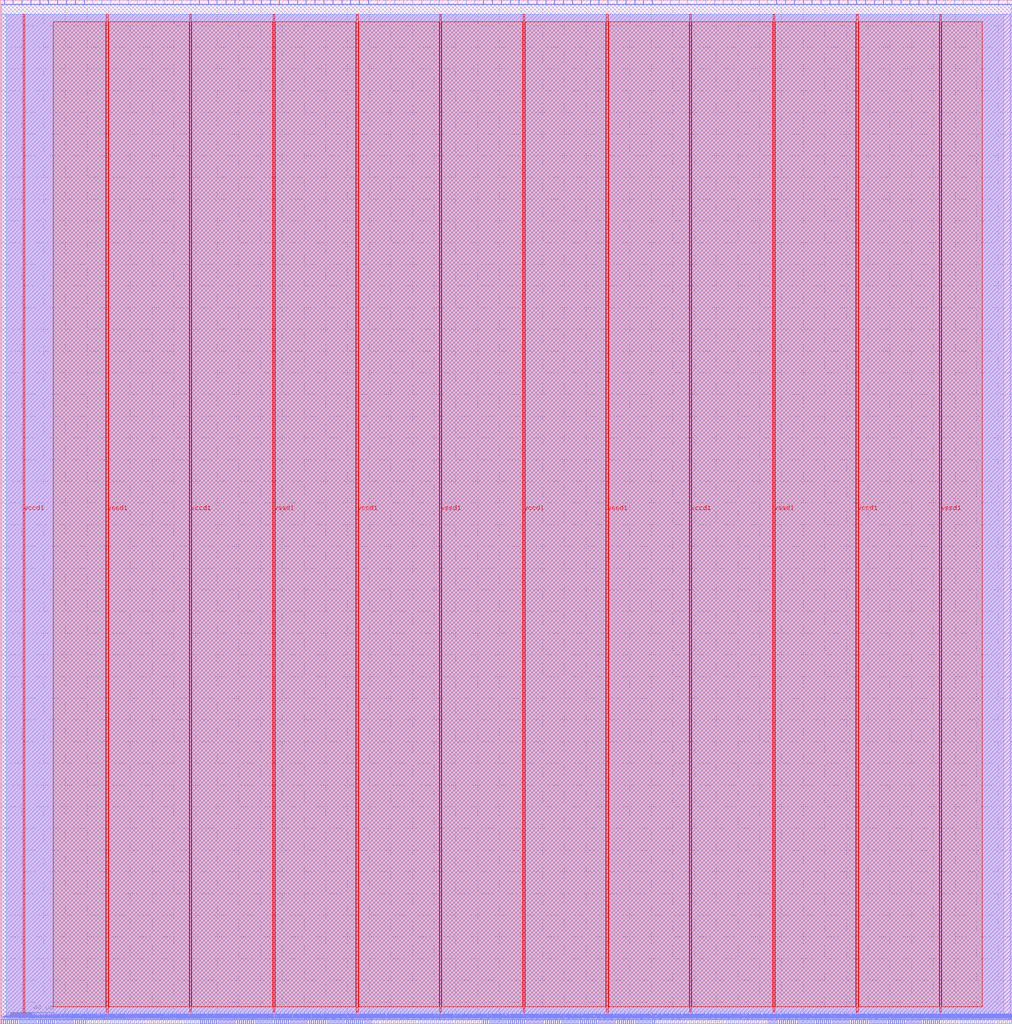
<source format=lef>
VERSION 5.7 ;
  NOWIREEXTENSIONATPIN ON ;
  DIVIDERCHAR "/" ;
  BUSBITCHARS "[]" ;
MACRO user_proj_example
  CLASS BLOCK ;
  FOREIGN user_proj_example ;
  ORIGIN 0.000 0.000 ;
  SIZE 932.675 BY 943.395 ;
  PIN io_in[0]
    DIRECTION INPUT ;
    USE SIGNAL ;
    PORT
      LAYER met2 ;
        RECT 3.770 939.395 4.050 943.395 ;
    END
  END io_in[0]
  PIN io_in[10]
    DIRECTION INPUT ;
    USE SIGNAL ;
    PORT
      LAYER met2 ;
        RECT 248.950 939.395 249.230 943.395 ;
    END
  END io_in[10]
  PIN io_in[11]
    DIRECTION INPUT ;
    USE SIGNAL ;
    PORT
      LAYER met2 ;
        RECT 273.790 939.395 274.070 943.395 ;
    END
  END io_in[11]
  PIN io_in[12]
    DIRECTION INPUT ;
    USE SIGNAL ;
    PORT
      LAYER met2 ;
        RECT 298.170 939.395 298.450 943.395 ;
    END
  END io_in[12]
  PIN io_in[13]
    DIRECTION INPUT ;
    USE SIGNAL ;
    PORT
      LAYER met2 ;
        RECT 322.550 939.395 322.830 943.395 ;
    END
  END io_in[13]
  PIN io_in[14]
    DIRECTION INPUT ;
    USE SIGNAL ;
    PORT
      LAYER met2 ;
        RECT 347.390 939.395 347.670 943.395 ;
    END
  END io_in[14]
  PIN io_in[15]
    DIRECTION INPUT ;
    USE SIGNAL ;
    PORT
      LAYER met2 ;
        RECT 371.770 939.395 372.050 943.395 ;
    END
  END io_in[15]
  PIN io_in[16]
    DIRECTION INPUT ;
    USE SIGNAL ;
    PORT
      LAYER met2 ;
        RECT 396.150 939.395 396.430 943.395 ;
    END
  END io_in[16]
  PIN io_in[17]
    DIRECTION INPUT ;
    USE SIGNAL ;
    PORT
      LAYER met2 ;
        RECT 420.990 939.395 421.270 943.395 ;
    END
  END io_in[17]
  PIN io_in[18]
    DIRECTION INPUT ;
    USE SIGNAL ;
    PORT
      LAYER met2 ;
        RECT 445.370 939.395 445.650 943.395 ;
    END
  END io_in[18]
  PIN io_in[19]
    DIRECTION INPUT ;
    USE SIGNAL ;
    PORT
      LAYER met2 ;
        RECT 470.210 939.395 470.490 943.395 ;
    END
  END io_in[19]
  PIN io_in[1]
    DIRECTION INPUT ;
    USE SIGNAL ;
    PORT
      LAYER met2 ;
        RECT 28.150 939.395 28.430 943.395 ;
    END
  END io_in[1]
  PIN io_in[20]
    DIRECTION INPUT ;
    USE SIGNAL ;
    PORT
      LAYER met2 ;
        RECT 494.590 939.395 494.870 943.395 ;
    END
  END io_in[20]
  PIN io_in[21]
    DIRECTION INPUT ;
    USE SIGNAL ;
    PORT
      LAYER met2 ;
        RECT 518.970 939.395 519.250 943.395 ;
    END
  END io_in[21]
  PIN io_in[22]
    DIRECTION INPUT ;
    USE SIGNAL ;
    PORT
      LAYER met2 ;
        RECT 543.810 939.395 544.090 943.395 ;
    END
  END io_in[22]
  PIN io_in[23]
    DIRECTION INPUT ;
    USE SIGNAL ;
    PORT
      LAYER met2 ;
        RECT 568.190 939.395 568.470 943.395 ;
    END
  END io_in[23]
  PIN io_in[24]
    DIRECTION INPUT ;
    USE SIGNAL ;
    PORT
      LAYER met2 ;
        RECT 592.570 939.395 592.850 943.395 ;
    END
  END io_in[24]
  PIN io_in[25]
    DIRECTION INPUT ;
    USE SIGNAL ;
    PORT
      LAYER met2 ;
        RECT 617.410 939.395 617.690 943.395 ;
    END
  END io_in[25]
  PIN io_in[26]
    DIRECTION INPUT ;
    USE SIGNAL ;
    PORT
      LAYER met2 ;
        RECT 641.790 939.395 642.070 943.395 ;
    END
  END io_in[26]
  PIN io_in[27]
    DIRECTION INPUT ;
    USE SIGNAL ;
    PORT
      LAYER met2 ;
        RECT 666.170 939.395 666.450 943.395 ;
    END
  END io_in[27]
  PIN io_in[28]
    DIRECTION INPUT ;
    USE SIGNAL ;
    PORT
      LAYER met2 ;
        RECT 691.010 939.395 691.290 943.395 ;
    END
  END io_in[28]
  PIN io_in[29]
    DIRECTION INPUT ;
    USE SIGNAL ;
    PORT
      LAYER met2 ;
        RECT 715.390 939.395 715.670 943.395 ;
    END
  END io_in[29]
  PIN io_in[2]
    DIRECTION INPUT ;
    USE SIGNAL ;
    PORT
      LAYER met2 ;
        RECT 52.530 939.395 52.810 943.395 ;
    END
  END io_in[2]
  PIN io_in[30]
    DIRECTION INPUT ;
    USE SIGNAL ;
    PORT
      LAYER met2 ;
        RECT 740.230 939.395 740.510 943.395 ;
    END
  END io_in[30]
  PIN io_in[31]
    DIRECTION INPUT ;
    USE SIGNAL ;
    PORT
      LAYER met2 ;
        RECT 764.610 939.395 764.890 943.395 ;
    END
  END io_in[31]
  PIN io_in[32]
    DIRECTION INPUT ;
    USE SIGNAL ;
    PORT
      LAYER met2 ;
        RECT 788.990 939.395 789.270 943.395 ;
    END
  END io_in[32]
  PIN io_in[33]
    DIRECTION INPUT ;
    USE SIGNAL ;
    PORT
      LAYER met2 ;
        RECT 813.830 939.395 814.110 943.395 ;
    END
  END io_in[33]
  PIN io_in[34]
    DIRECTION INPUT ;
    USE SIGNAL ;
    PORT
      LAYER met2 ;
        RECT 838.210 939.395 838.490 943.395 ;
    END
  END io_in[34]
  PIN io_in[35]
    DIRECTION INPUT ;
    USE SIGNAL ;
    PORT
      LAYER met2 ;
        RECT 862.590 939.395 862.870 943.395 ;
    END
  END io_in[35]
  PIN io_in[36]
    DIRECTION INPUT ;
    USE SIGNAL ;
    PORT
      LAYER met2 ;
        RECT 887.430 939.395 887.710 943.395 ;
    END
  END io_in[36]
  PIN io_in[37]
    DIRECTION INPUT ;
    USE SIGNAL ;
    PORT
      LAYER met2 ;
        RECT 911.810 939.395 912.090 943.395 ;
    END
  END io_in[37]
  PIN io_in[3]
    DIRECTION INPUT ;
    USE SIGNAL ;
    PORT
      LAYER met2 ;
        RECT 77.370 939.395 77.650 943.395 ;
    END
  END io_in[3]
  PIN io_in[4]
    DIRECTION INPUT ;
    USE SIGNAL ;
    PORT
      LAYER met2 ;
        RECT 101.750 939.395 102.030 943.395 ;
    END
  END io_in[4]
  PIN io_in[5]
    DIRECTION INPUT ;
    USE SIGNAL ;
    PORT
      LAYER met2 ;
        RECT 126.130 939.395 126.410 943.395 ;
    END
  END io_in[5]
  PIN io_in[6]
    DIRECTION INPUT ;
    USE SIGNAL ;
    PORT
      LAYER met2 ;
        RECT 150.970 939.395 151.250 943.395 ;
    END
  END io_in[6]
  PIN io_in[7]
    DIRECTION INPUT ;
    USE SIGNAL ;
    PORT
      LAYER met2 ;
        RECT 175.350 939.395 175.630 943.395 ;
    END
  END io_in[7]
  PIN io_in[8]
    DIRECTION INPUT ;
    USE SIGNAL ;
    PORT
      LAYER met2 ;
        RECT 199.730 939.395 200.010 943.395 ;
    END
  END io_in[8]
  PIN io_in[9]
    DIRECTION INPUT ;
    USE SIGNAL ;
    PORT
      LAYER met2 ;
        RECT 224.570 939.395 224.850 943.395 ;
    END
  END io_in[9]
  PIN io_oeb[0]
    DIRECTION OUTPUT TRISTATE ;
    USE SIGNAL ;
    PORT
      LAYER met2 ;
        RECT 11.590 939.395 11.870 943.395 ;
    END
  END io_oeb[0]
  PIN io_oeb[10]
    DIRECTION OUTPUT TRISTATE ;
    USE SIGNAL ;
    PORT
      LAYER met2 ;
        RECT 257.230 939.395 257.510 943.395 ;
    END
  END io_oeb[10]
  PIN io_oeb[11]
    DIRECTION OUTPUT TRISTATE ;
    USE SIGNAL ;
    PORT
      LAYER met2 ;
        RECT 281.610 939.395 281.890 943.395 ;
    END
  END io_oeb[11]
  PIN io_oeb[12]
    DIRECTION OUTPUT TRISTATE ;
    USE SIGNAL ;
    PORT
      LAYER met2 ;
        RECT 306.450 939.395 306.730 943.395 ;
    END
  END io_oeb[12]
  PIN io_oeb[13]
    DIRECTION OUTPUT TRISTATE ;
    USE SIGNAL ;
    PORT
      LAYER met2 ;
        RECT 330.830 939.395 331.110 943.395 ;
    END
  END io_oeb[13]
  PIN io_oeb[14]
    DIRECTION OUTPUT TRISTATE ;
    USE SIGNAL ;
    PORT
      LAYER met2 ;
        RECT 355.210 939.395 355.490 943.395 ;
    END
  END io_oeb[14]
  PIN io_oeb[15]
    DIRECTION OUTPUT TRISTATE ;
    USE SIGNAL ;
    PORT
      LAYER met2 ;
        RECT 380.050 939.395 380.330 943.395 ;
    END
  END io_oeb[15]
  PIN io_oeb[16]
    DIRECTION OUTPUT TRISTATE ;
    USE SIGNAL ;
    PORT
      LAYER met2 ;
        RECT 404.430 939.395 404.710 943.395 ;
    END
  END io_oeb[16]
  PIN io_oeb[17]
    DIRECTION OUTPUT TRISTATE ;
    USE SIGNAL ;
    PORT
      LAYER met2 ;
        RECT 429.270 939.395 429.550 943.395 ;
    END
  END io_oeb[17]
  PIN io_oeb[18]
    DIRECTION OUTPUT TRISTATE ;
    USE SIGNAL ;
    PORT
      LAYER met2 ;
        RECT 453.650 939.395 453.930 943.395 ;
    END
  END io_oeb[18]
  PIN io_oeb[19]
    DIRECTION OUTPUT TRISTATE ;
    USE SIGNAL ;
    PORT
      LAYER met2 ;
        RECT 478.030 939.395 478.310 943.395 ;
    END
  END io_oeb[19]
  PIN io_oeb[1]
    DIRECTION OUTPUT TRISTATE ;
    USE SIGNAL ;
    PORT
      LAYER met2 ;
        RECT 36.430 939.395 36.710 943.395 ;
    END
  END io_oeb[1]
  PIN io_oeb[20]
    DIRECTION OUTPUT TRISTATE ;
    USE SIGNAL ;
    PORT
      LAYER met2 ;
        RECT 502.870 939.395 503.150 943.395 ;
    END
  END io_oeb[20]
  PIN io_oeb[21]
    DIRECTION OUTPUT TRISTATE ;
    USE SIGNAL ;
    PORT
      LAYER met2 ;
        RECT 527.250 939.395 527.530 943.395 ;
    END
  END io_oeb[21]
  PIN io_oeb[22]
    DIRECTION OUTPUT TRISTATE ;
    USE SIGNAL ;
    PORT
      LAYER met2 ;
        RECT 551.630 939.395 551.910 943.395 ;
    END
  END io_oeb[22]
  PIN io_oeb[23]
    DIRECTION OUTPUT TRISTATE ;
    USE SIGNAL ;
    PORT
      LAYER met2 ;
        RECT 576.470 939.395 576.750 943.395 ;
    END
  END io_oeb[23]
  PIN io_oeb[24]
    DIRECTION OUTPUT TRISTATE ;
    USE SIGNAL ;
    PORT
      LAYER met2 ;
        RECT 600.850 939.395 601.130 943.395 ;
    END
  END io_oeb[24]
  PIN io_oeb[25]
    DIRECTION OUTPUT TRISTATE ;
    USE SIGNAL ;
    PORT
      LAYER met2 ;
        RECT 625.690 939.395 625.970 943.395 ;
    END
  END io_oeb[25]
  PIN io_oeb[26]
    DIRECTION OUTPUT TRISTATE ;
    USE SIGNAL ;
    PORT
      LAYER met2 ;
        RECT 650.070 939.395 650.350 943.395 ;
    END
  END io_oeb[26]
  PIN io_oeb[27]
    DIRECTION OUTPUT TRISTATE ;
    USE SIGNAL ;
    PORT
      LAYER met2 ;
        RECT 674.450 939.395 674.730 943.395 ;
    END
  END io_oeb[27]
  PIN io_oeb[28]
    DIRECTION OUTPUT TRISTATE ;
    USE SIGNAL ;
    PORT
      LAYER met2 ;
        RECT 699.290 939.395 699.570 943.395 ;
    END
  END io_oeb[28]
  PIN io_oeb[29]
    DIRECTION OUTPUT TRISTATE ;
    USE SIGNAL ;
    PORT
      LAYER met2 ;
        RECT 723.670 939.395 723.950 943.395 ;
    END
  END io_oeb[29]
  PIN io_oeb[2]
    DIRECTION OUTPUT TRISTATE ;
    USE SIGNAL ;
    PORT
      LAYER met2 ;
        RECT 60.810 939.395 61.090 943.395 ;
    END
  END io_oeb[2]
  PIN io_oeb[30]
    DIRECTION OUTPUT TRISTATE ;
    USE SIGNAL ;
    PORT
      LAYER met2 ;
        RECT 748.050 939.395 748.330 943.395 ;
    END
  END io_oeb[30]
  PIN io_oeb[31]
    DIRECTION OUTPUT TRISTATE ;
    USE SIGNAL ;
    PORT
      LAYER met2 ;
        RECT 772.890 939.395 773.170 943.395 ;
    END
  END io_oeb[31]
  PIN io_oeb[32]
    DIRECTION OUTPUT TRISTATE ;
    USE SIGNAL ;
    PORT
      LAYER met2 ;
        RECT 797.270 939.395 797.550 943.395 ;
    END
  END io_oeb[32]
  PIN io_oeb[33]
    DIRECTION OUTPUT TRISTATE ;
    USE SIGNAL ;
    PORT
      LAYER met2 ;
        RECT 821.650 939.395 821.930 943.395 ;
    END
  END io_oeb[33]
  PIN io_oeb[34]
    DIRECTION OUTPUT TRISTATE ;
    USE SIGNAL ;
    PORT
      LAYER met2 ;
        RECT 846.490 939.395 846.770 943.395 ;
    END
  END io_oeb[34]
  PIN io_oeb[35]
    DIRECTION OUTPUT TRISTATE ;
    USE SIGNAL ;
    PORT
      LAYER met2 ;
        RECT 870.870 939.395 871.150 943.395 ;
    END
  END io_oeb[35]
  PIN io_oeb[36]
    DIRECTION OUTPUT TRISTATE ;
    USE SIGNAL ;
    PORT
      LAYER met2 ;
        RECT 895.710 939.395 895.990 943.395 ;
    END
  END io_oeb[36]
  PIN io_oeb[37]
    DIRECTION OUTPUT TRISTATE ;
    USE SIGNAL ;
    PORT
      LAYER met2 ;
        RECT 920.090 939.395 920.370 943.395 ;
    END
  END io_oeb[37]
  PIN io_oeb[3]
    DIRECTION OUTPUT TRISTATE ;
    USE SIGNAL ;
    PORT
      LAYER met2 ;
        RECT 85.190 939.395 85.470 943.395 ;
    END
  END io_oeb[3]
  PIN io_oeb[4]
    DIRECTION OUTPUT TRISTATE ;
    USE SIGNAL ;
    PORT
      LAYER met2 ;
        RECT 110.030 939.395 110.310 943.395 ;
    END
  END io_oeb[4]
  PIN io_oeb[5]
    DIRECTION OUTPUT TRISTATE ;
    USE SIGNAL ;
    PORT
      LAYER met2 ;
        RECT 134.410 939.395 134.690 943.395 ;
    END
  END io_oeb[5]
  PIN io_oeb[6]
    DIRECTION OUTPUT TRISTATE ;
    USE SIGNAL ;
    PORT
      LAYER met2 ;
        RECT 159.250 939.395 159.530 943.395 ;
    END
  END io_oeb[6]
  PIN io_oeb[7]
    DIRECTION OUTPUT TRISTATE ;
    USE SIGNAL ;
    PORT
      LAYER met2 ;
        RECT 183.630 939.395 183.910 943.395 ;
    END
  END io_oeb[7]
  PIN io_oeb[8]
    DIRECTION OUTPUT TRISTATE ;
    USE SIGNAL ;
    PORT
      LAYER met2 ;
        RECT 208.010 939.395 208.290 943.395 ;
    END
  END io_oeb[8]
  PIN io_oeb[9]
    DIRECTION OUTPUT TRISTATE ;
    USE SIGNAL ;
    PORT
      LAYER met2 ;
        RECT 232.850 939.395 233.130 943.395 ;
    END
  END io_oeb[9]
  PIN io_out[0]
    DIRECTION OUTPUT TRISTATE ;
    USE SIGNAL ;
    PORT
      LAYER met2 ;
        RECT 19.870 939.395 20.150 943.395 ;
    END
  END io_out[0]
  PIN io_out[10]
    DIRECTION OUTPUT TRISTATE ;
    USE SIGNAL ;
    PORT
      LAYER met2 ;
        RECT 265.510 939.395 265.790 943.395 ;
    END
  END io_out[10]
  PIN io_out[11]
    DIRECTION OUTPUT TRISTATE ;
    USE SIGNAL ;
    PORT
      LAYER met2 ;
        RECT 289.890 939.395 290.170 943.395 ;
    END
  END io_out[11]
  PIN io_out[12]
    DIRECTION OUTPUT TRISTATE ;
    USE SIGNAL ;
    PORT
      LAYER met2 ;
        RECT 314.730 939.395 315.010 943.395 ;
    END
  END io_out[12]
  PIN io_out[13]
    DIRECTION OUTPUT TRISTATE ;
    USE SIGNAL ;
    PORT
      LAYER met2 ;
        RECT 339.110 939.395 339.390 943.395 ;
    END
  END io_out[13]
  PIN io_out[14]
    DIRECTION OUTPUT TRISTATE ;
    USE SIGNAL ;
    PORT
      LAYER met2 ;
        RECT 363.490 939.395 363.770 943.395 ;
    END
  END io_out[14]
  PIN io_out[15]
    DIRECTION OUTPUT TRISTATE ;
    USE SIGNAL ;
    PORT
      LAYER met2 ;
        RECT 388.330 939.395 388.610 943.395 ;
    END
  END io_out[15]
  PIN io_out[16]
    DIRECTION OUTPUT TRISTATE ;
    USE SIGNAL ;
    PORT
      LAYER met2 ;
        RECT 412.710 939.395 412.990 943.395 ;
    END
  END io_out[16]
  PIN io_out[17]
    DIRECTION OUTPUT TRISTATE ;
    USE SIGNAL ;
    PORT
      LAYER met2 ;
        RECT 437.090 939.395 437.370 943.395 ;
    END
  END io_out[17]
  PIN io_out[18]
    DIRECTION OUTPUT TRISTATE ;
    USE SIGNAL ;
    PORT
      LAYER met2 ;
        RECT 461.930 939.395 462.210 943.395 ;
    END
  END io_out[18]
  PIN io_out[19]
    DIRECTION OUTPUT TRISTATE ;
    USE SIGNAL ;
    PORT
      LAYER met2 ;
        RECT 486.310 939.395 486.590 943.395 ;
    END
  END io_out[19]
  PIN io_out[1]
    DIRECTION OUTPUT TRISTATE ;
    USE SIGNAL ;
    PORT
      LAYER met2 ;
        RECT 44.250 939.395 44.530 943.395 ;
    END
  END io_out[1]
  PIN io_out[20]
    DIRECTION OUTPUT TRISTATE ;
    USE SIGNAL ;
    PORT
      LAYER met2 ;
        RECT 510.690 939.395 510.970 943.395 ;
    END
  END io_out[20]
  PIN io_out[21]
    DIRECTION OUTPUT TRISTATE ;
    USE SIGNAL ;
    PORT
      LAYER met2 ;
        RECT 535.530 939.395 535.810 943.395 ;
    END
  END io_out[21]
  PIN io_out[22]
    DIRECTION OUTPUT TRISTATE ;
    USE SIGNAL ;
    PORT
      LAYER met2 ;
        RECT 559.910 939.395 560.190 943.395 ;
    END
  END io_out[22]
  PIN io_out[23]
    DIRECTION OUTPUT TRISTATE ;
    USE SIGNAL ;
    PORT
      LAYER met2 ;
        RECT 584.750 939.395 585.030 943.395 ;
    END
  END io_out[23]
  PIN io_out[24]
    DIRECTION OUTPUT TRISTATE ;
    USE SIGNAL ;
    PORT
      LAYER met2 ;
        RECT 609.130 939.395 609.410 943.395 ;
    END
  END io_out[24]
  PIN io_out[25]
    DIRECTION OUTPUT TRISTATE ;
    USE SIGNAL ;
    PORT
      LAYER met2 ;
        RECT 633.510 939.395 633.790 943.395 ;
    END
  END io_out[25]
  PIN io_out[26]
    DIRECTION OUTPUT TRISTATE ;
    USE SIGNAL ;
    PORT
      LAYER met2 ;
        RECT 658.350 939.395 658.630 943.395 ;
    END
  END io_out[26]
  PIN io_out[27]
    DIRECTION OUTPUT TRISTATE ;
    USE SIGNAL ;
    PORT
      LAYER met2 ;
        RECT 682.730 939.395 683.010 943.395 ;
    END
  END io_out[27]
  PIN io_out[28]
    DIRECTION OUTPUT TRISTATE ;
    USE SIGNAL ;
    PORT
      LAYER met2 ;
        RECT 707.110 939.395 707.390 943.395 ;
    END
  END io_out[28]
  PIN io_out[29]
    DIRECTION OUTPUT TRISTATE ;
    USE SIGNAL ;
    PORT
      LAYER met2 ;
        RECT 731.950 939.395 732.230 943.395 ;
    END
  END io_out[29]
  PIN io_out[2]
    DIRECTION OUTPUT TRISTATE ;
    USE SIGNAL ;
    PORT
      LAYER met2 ;
        RECT 69.090 939.395 69.370 943.395 ;
    END
  END io_out[2]
  PIN io_out[30]
    DIRECTION OUTPUT TRISTATE ;
    USE SIGNAL ;
    PORT
      LAYER met2 ;
        RECT 756.330 939.395 756.610 943.395 ;
    END
  END io_out[30]
  PIN io_out[31]
    DIRECTION OUTPUT TRISTATE ;
    USE SIGNAL ;
    PORT
      LAYER met2 ;
        RECT 781.170 939.395 781.450 943.395 ;
    END
  END io_out[31]
  PIN io_out[32]
    DIRECTION OUTPUT TRISTATE ;
    USE SIGNAL ;
    PORT
      LAYER met2 ;
        RECT 805.550 939.395 805.830 943.395 ;
    END
  END io_out[32]
  PIN io_out[33]
    DIRECTION OUTPUT TRISTATE ;
    USE SIGNAL ;
    PORT
      LAYER met2 ;
        RECT 829.930 939.395 830.210 943.395 ;
    END
  END io_out[33]
  PIN io_out[34]
    DIRECTION OUTPUT TRISTATE ;
    USE SIGNAL ;
    PORT
      LAYER met2 ;
        RECT 854.770 939.395 855.050 943.395 ;
    END
  END io_out[34]
  PIN io_out[35]
    DIRECTION OUTPUT TRISTATE ;
    USE SIGNAL ;
    PORT
      LAYER met2 ;
        RECT 879.150 939.395 879.430 943.395 ;
    END
  END io_out[35]
  PIN io_out[36]
    DIRECTION OUTPUT TRISTATE ;
    USE SIGNAL ;
    PORT
      LAYER met2 ;
        RECT 903.530 939.395 903.810 943.395 ;
    END
  END io_out[36]
  PIN io_out[37]
    DIRECTION OUTPUT TRISTATE ;
    USE SIGNAL ;
    PORT
      LAYER met2 ;
        RECT 928.370 939.395 928.650 943.395 ;
    END
  END io_out[37]
  PIN io_out[3]
    DIRECTION OUTPUT TRISTATE ;
    USE SIGNAL ;
    PORT
      LAYER met2 ;
        RECT 93.470 939.395 93.750 943.395 ;
    END
  END io_out[3]
  PIN io_out[4]
    DIRECTION OUTPUT TRISTATE ;
    USE SIGNAL ;
    PORT
      LAYER met2 ;
        RECT 118.310 939.395 118.590 943.395 ;
    END
  END io_out[4]
  PIN io_out[5]
    DIRECTION OUTPUT TRISTATE ;
    USE SIGNAL ;
    PORT
      LAYER met2 ;
        RECT 142.690 939.395 142.970 943.395 ;
    END
  END io_out[5]
  PIN io_out[6]
    DIRECTION OUTPUT TRISTATE ;
    USE SIGNAL ;
    PORT
      LAYER met2 ;
        RECT 167.070 939.395 167.350 943.395 ;
    END
  END io_out[6]
  PIN io_out[7]
    DIRECTION OUTPUT TRISTATE ;
    USE SIGNAL ;
    PORT
      LAYER met2 ;
        RECT 191.910 939.395 192.190 943.395 ;
    END
  END io_out[7]
  PIN io_out[8]
    DIRECTION OUTPUT TRISTATE ;
    USE SIGNAL ;
    PORT
      LAYER met2 ;
        RECT 216.290 939.395 216.570 943.395 ;
    END
  END io_out[8]
  PIN io_out[9]
    DIRECTION OUTPUT TRISTATE ;
    USE SIGNAL ;
    PORT
      LAYER met2 ;
        RECT 240.670 939.395 240.950 943.395 ;
    END
  END io_out[9]
  PIN irq[0]
    DIRECTION OUTPUT TRISTATE ;
    USE SIGNAL ;
    PORT
      LAYER met2 ;
        RECT 927.910 0.000 928.190 4.000 ;
    END
  END irq[0]
  PIN irq[1]
    DIRECTION OUTPUT TRISTATE ;
    USE SIGNAL ;
    PORT
      LAYER met2 ;
        RECT 929.750 0.000 930.030 4.000 ;
    END
  END irq[1]
  PIN irq[2]
    DIRECTION OUTPUT TRISTATE ;
    USE SIGNAL ;
    PORT
      LAYER met2 ;
        RECT 931.590 0.000 931.870 4.000 ;
    END
  END irq[2]
  PIN la_data_in[0]
    DIRECTION INPUT ;
    USE SIGNAL ;
    PORT
      LAYER met2 ;
        RECT 201.570 0.000 201.850 4.000 ;
    END
  END la_data_in[0]
  PIN la_data_in[100]
    DIRECTION INPUT ;
    USE SIGNAL ;
    PORT
      LAYER met2 ;
        RECT 769.210 0.000 769.490 4.000 ;
    END
  END la_data_in[100]
  PIN la_data_in[101]
    DIRECTION INPUT ;
    USE SIGNAL ;
    PORT
      LAYER met2 ;
        RECT 774.730 0.000 775.010 4.000 ;
    END
  END la_data_in[101]
  PIN la_data_in[102]
    DIRECTION INPUT ;
    USE SIGNAL ;
    PORT
      LAYER met2 ;
        RECT 780.250 0.000 780.530 4.000 ;
    END
  END la_data_in[102]
  PIN la_data_in[103]
    DIRECTION INPUT ;
    USE SIGNAL ;
    PORT
      LAYER met2 ;
        RECT 786.230 0.000 786.510 4.000 ;
    END
  END la_data_in[103]
  PIN la_data_in[104]
    DIRECTION INPUT ;
    USE SIGNAL ;
    PORT
      LAYER met2 ;
        RECT 791.750 0.000 792.030 4.000 ;
    END
  END la_data_in[104]
  PIN la_data_in[105]
    DIRECTION INPUT ;
    USE SIGNAL ;
    PORT
      LAYER met2 ;
        RECT 797.270 0.000 797.550 4.000 ;
    END
  END la_data_in[105]
  PIN la_data_in[106]
    DIRECTION INPUT ;
    USE SIGNAL ;
    PORT
      LAYER met2 ;
        RECT 803.250 0.000 803.530 4.000 ;
    END
  END la_data_in[106]
  PIN la_data_in[107]
    DIRECTION INPUT ;
    USE SIGNAL ;
    PORT
      LAYER met2 ;
        RECT 808.770 0.000 809.050 4.000 ;
    END
  END la_data_in[107]
  PIN la_data_in[108]
    DIRECTION INPUT ;
    USE SIGNAL ;
    PORT
      LAYER met2 ;
        RECT 814.290 0.000 814.570 4.000 ;
    END
  END la_data_in[108]
  PIN la_data_in[109]
    DIRECTION INPUT ;
    USE SIGNAL ;
    PORT
      LAYER met2 ;
        RECT 820.270 0.000 820.550 4.000 ;
    END
  END la_data_in[109]
  PIN la_data_in[10]
    DIRECTION INPUT ;
    USE SIGNAL ;
    PORT
      LAYER met2 ;
        RECT 258.150 0.000 258.430 4.000 ;
    END
  END la_data_in[10]
  PIN la_data_in[110]
    DIRECTION INPUT ;
    USE SIGNAL ;
    PORT
      LAYER met2 ;
        RECT 825.790 0.000 826.070 4.000 ;
    END
  END la_data_in[110]
  PIN la_data_in[111]
    DIRECTION INPUT ;
    USE SIGNAL ;
    PORT
      LAYER met2 ;
        RECT 831.310 0.000 831.590 4.000 ;
    END
  END la_data_in[111]
  PIN la_data_in[112]
    DIRECTION INPUT ;
    USE SIGNAL ;
    PORT
      LAYER met2 ;
        RECT 837.290 0.000 837.570 4.000 ;
    END
  END la_data_in[112]
  PIN la_data_in[113]
    DIRECTION INPUT ;
    USE SIGNAL ;
    PORT
      LAYER met2 ;
        RECT 842.810 0.000 843.090 4.000 ;
    END
  END la_data_in[113]
  PIN la_data_in[114]
    DIRECTION INPUT ;
    USE SIGNAL ;
    PORT
      LAYER met2 ;
        RECT 848.330 0.000 848.610 4.000 ;
    END
  END la_data_in[114]
  PIN la_data_in[115]
    DIRECTION INPUT ;
    USE SIGNAL ;
    PORT
      LAYER met2 ;
        RECT 854.310 0.000 854.590 4.000 ;
    END
  END la_data_in[115]
  PIN la_data_in[116]
    DIRECTION INPUT ;
    USE SIGNAL ;
    PORT
      LAYER met2 ;
        RECT 859.830 0.000 860.110 4.000 ;
    END
  END la_data_in[116]
  PIN la_data_in[117]
    DIRECTION INPUT ;
    USE SIGNAL ;
    PORT
      LAYER met2 ;
        RECT 865.350 0.000 865.630 4.000 ;
    END
  END la_data_in[117]
  PIN la_data_in[118]
    DIRECTION INPUT ;
    USE SIGNAL ;
    PORT
      LAYER met2 ;
        RECT 871.330 0.000 871.610 4.000 ;
    END
  END la_data_in[118]
  PIN la_data_in[119]
    DIRECTION INPUT ;
    USE SIGNAL ;
    PORT
      LAYER met2 ;
        RECT 876.850 0.000 877.130 4.000 ;
    END
  END la_data_in[119]
  PIN la_data_in[11]
    DIRECTION INPUT ;
    USE SIGNAL ;
    PORT
      LAYER met2 ;
        RECT 263.670 0.000 263.950 4.000 ;
    END
  END la_data_in[11]
  PIN la_data_in[120]
    DIRECTION INPUT ;
    USE SIGNAL ;
    PORT
      LAYER met2 ;
        RECT 882.370 0.000 882.650 4.000 ;
    END
  END la_data_in[120]
  PIN la_data_in[121]
    DIRECTION INPUT ;
    USE SIGNAL ;
    PORT
      LAYER met2 ;
        RECT 888.350 0.000 888.630 4.000 ;
    END
  END la_data_in[121]
  PIN la_data_in[122]
    DIRECTION INPUT ;
    USE SIGNAL ;
    PORT
      LAYER met2 ;
        RECT 893.870 0.000 894.150 4.000 ;
    END
  END la_data_in[122]
  PIN la_data_in[123]
    DIRECTION INPUT ;
    USE SIGNAL ;
    PORT
      LAYER met2 ;
        RECT 899.390 0.000 899.670 4.000 ;
    END
  END la_data_in[123]
  PIN la_data_in[124]
    DIRECTION INPUT ;
    USE SIGNAL ;
    PORT
      LAYER met2 ;
        RECT 905.370 0.000 905.650 4.000 ;
    END
  END la_data_in[124]
  PIN la_data_in[125]
    DIRECTION INPUT ;
    USE SIGNAL ;
    PORT
      LAYER met2 ;
        RECT 910.890 0.000 911.170 4.000 ;
    END
  END la_data_in[125]
  PIN la_data_in[126]
    DIRECTION INPUT ;
    USE SIGNAL ;
    PORT
      LAYER met2 ;
        RECT 916.410 0.000 916.690 4.000 ;
    END
  END la_data_in[126]
  PIN la_data_in[127]
    DIRECTION INPUT ;
    USE SIGNAL ;
    PORT
      LAYER met2 ;
        RECT 922.390 0.000 922.670 4.000 ;
    END
  END la_data_in[127]
  PIN la_data_in[12]
    DIRECTION INPUT ;
    USE SIGNAL ;
    PORT
      LAYER met2 ;
        RECT 269.650 0.000 269.930 4.000 ;
    END
  END la_data_in[12]
  PIN la_data_in[13]
    DIRECTION INPUT ;
    USE SIGNAL ;
    PORT
      LAYER met2 ;
        RECT 275.170 0.000 275.450 4.000 ;
    END
  END la_data_in[13]
  PIN la_data_in[14]
    DIRECTION INPUT ;
    USE SIGNAL ;
    PORT
      LAYER met2 ;
        RECT 280.690 0.000 280.970 4.000 ;
    END
  END la_data_in[14]
  PIN la_data_in[15]
    DIRECTION INPUT ;
    USE SIGNAL ;
    PORT
      LAYER met2 ;
        RECT 286.670 0.000 286.950 4.000 ;
    END
  END la_data_in[15]
  PIN la_data_in[16]
    DIRECTION INPUT ;
    USE SIGNAL ;
    PORT
      LAYER met2 ;
        RECT 292.190 0.000 292.470 4.000 ;
    END
  END la_data_in[16]
  PIN la_data_in[17]
    DIRECTION INPUT ;
    USE SIGNAL ;
    PORT
      LAYER met2 ;
        RECT 297.710 0.000 297.990 4.000 ;
    END
  END la_data_in[17]
  PIN la_data_in[18]
    DIRECTION INPUT ;
    USE SIGNAL ;
    PORT
      LAYER met2 ;
        RECT 303.690 0.000 303.970 4.000 ;
    END
  END la_data_in[18]
  PIN la_data_in[19]
    DIRECTION INPUT ;
    USE SIGNAL ;
    PORT
      LAYER met2 ;
        RECT 309.210 0.000 309.490 4.000 ;
    END
  END la_data_in[19]
  PIN la_data_in[1]
    DIRECTION INPUT ;
    USE SIGNAL ;
    PORT
      LAYER met2 ;
        RECT 207.090 0.000 207.370 4.000 ;
    END
  END la_data_in[1]
  PIN la_data_in[20]
    DIRECTION INPUT ;
    USE SIGNAL ;
    PORT
      LAYER met2 ;
        RECT 314.730 0.000 315.010 4.000 ;
    END
  END la_data_in[20]
  PIN la_data_in[21]
    DIRECTION INPUT ;
    USE SIGNAL ;
    PORT
      LAYER met2 ;
        RECT 320.710 0.000 320.990 4.000 ;
    END
  END la_data_in[21]
  PIN la_data_in[22]
    DIRECTION INPUT ;
    USE SIGNAL ;
    PORT
      LAYER met2 ;
        RECT 326.230 0.000 326.510 4.000 ;
    END
  END la_data_in[22]
  PIN la_data_in[23]
    DIRECTION INPUT ;
    USE SIGNAL ;
    PORT
      LAYER met2 ;
        RECT 331.750 0.000 332.030 4.000 ;
    END
  END la_data_in[23]
  PIN la_data_in[24]
    DIRECTION INPUT ;
    USE SIGNAL ;
    PORT
      LAYER met2 ;
        RECT 337.730 0.000 338.010 4.000 ;
    END
  END la_data_in[24]
  PIN la_data_in[25]
    DIRECTION INPUT ;
    USE SIGNAL ;
    PORT
      LAYER met2 ;
        RECT 343.250 0.000 343.530 4.000 ;
    END
  END la_data_in[25]
  PIN la_data_in[26]
    DIRECTION INPUT ;
    USE SIGNAL ;
    PORT
      LAYER met2 ;
        RECT 348.770 0.000 349.050 4.000 ;
    END
  END la_data_in[26]
  PIN la_data_in[27]
    DIRECTION INPUT ;
    USE SIGNAL ;
    PORT
      LAYER met2 ;
        RECT 354.750 0.000 355.030 4.000 ;
    END
  END la_data_in[27]
  PIN la_data_in[28]
    DIRECTION INPUT ;
    USE SIGNAL ;
    PORT
      LAYER met2 ;
        RECT 360.270 0.000 360.550 4.000 ;
    END
  END la_data_in[28]
  PIN la_data_in[29]
    DIRECTION INPUT ;
    USE SIGNAL ;
    PORT
      LAYER met2 ;
        RECT 365.790 0.000 366.070 4.000 ;
    END
  END la_data_in[29]
  PIN la_data_in[2]
    DIRECTION INPUT ;
    USE SIGNAL ;
    PORT
      LAYER met2 ;
        RECT 212.610 0.000 212.890 4.000 ;
    END
  END la_data_in[2]
  PIN la_data_in[30]
    DIRECTION INPUT ;
    USE SIGNAL ;
    PORT
      LAYER met2 ;
        RECT 371.770 0.000 372.050 4.000 ;
    END
  END la_data_in[30]
  PIN la_data_in[31]
    DIRECTION INPUT ;
    USE SIGNAL ;
    PORT
      LAYER met2 ;
        RECT 377.290 0.000 377.570 4.000 ;
    END
  END la_data_in[31]
  PIN la_data_in[32]
    DIRECTION INPUT ;
    USE SIGNAL ;
    PORT
      LAYER met2 ;
        RECT 382.810 0.000 383.090 4.000 ;
    END
  END la_data_in[32]
  PIN la_data_in[33]
    DIRECTION INPUT ;
    USE SIGNAL ;
    PORT
      LAYER met2 ;
        RECT 388.790 0.000 389.070 4.000 ;
    END
  END la_data_in[33]
  PIN la_data_in[34]
    DIRECTION INPUT ;
    USE SIGNAL ;
    PORT
      LAYER met2 ;
        RECT 394.310 0.000 394.590 4.000 ;
    END
  END la_data_in[34]
  PIN la_data_in[35]
    DIRECTION INPUT ;
    USE SIGNAL ;
    PORT
      LAYER met2 ;
        RECT 399.830 0.000 400.110 4.000 ;
    END
  END la_data_in[35]
  PIN la_data_in[36]
    DIRECTION INPUT ;
    USE SIGNAL ;
    PORT
      LAYER met2 ;
        RECT 405.810 0.000 406.090 4.000 ;
    END
  END la_data_in[36]
  PIN la_data_in[37]
    DIRECTION INPUT ;
    USE SIGNAL ;
    PORT
      LAYER met2 ;
        RECT 411.330 0.000 411.610 4.000 ;
    END
  END la_data_in[37]
  PIN la_data_in[38]
    DIRECTION INPUT ;
    USE SIGNAL ;
    PORT
      LAYER met2 ;
        RECT 416.850 0.000 417.130 4.000 ;
    END
  END la_data_in[38]
  PIN la_data_in[39]
    DIRECTION INPUT ;
    USE SIGNAL ;
    PORT
      LAYER met2 ;
        RECT 422.830 0.000 423.110 4.000 ;
    END
  END la_data_in[39]
  PIN la_data_in[3]
    DIRECTION INPUT ;
    USE SIGNAL ;
    PORT
      LAYER met2 ;
        RECT 218.590 0.000 218.870 4.000 ;
    END
  END la_data_in[3]
  PIN la_data_in[40]
    DIRECTION INPUT ;
    USE SIGNAL ;
    PORT
      LAYER met2 ;
        RECT 428.350 0.000 428.630 4.000 ;
    END
  END la_data_in[40]
  PIN la_data_in[41]
    DIRECTION INPUT ;
    USE SIGNAL ;
    PORT
      LAYER met2 ;
        RECT 434.330 0.000 434.610 4.000 ;
    END
  END la_data_in[41]
  PIN la_data_in[42]
    DIRECTION INPUT ;
    USE SIGNAL ;
    PORT
      LAYER met2 ;
        RECT 439.850 0.000 440.130 4.000 ;
    END
  END la_data_in[42]
  PIN la_data_in[43]
    DIRECTION INPUT ;
    USE SIGNAL ;
    PORT
      LAYER met2 ;
        RECT 445.370 0.000 445.650 4.000 ;
    END
  END la_data_in[43]
  PIN la_data_in[44]
    DIRECTION INPUT ;
    USE SIGNAL ;
    PORT
      LAYER met2 ;
        RECT 451.350 0.000 451.630 4.000 ;
    END
  END la_data_in[44]
  PIN la_data_in[45]
    DIRECTION INPUT ;
    USE SIGNAL ;
    PORT
      LAYER met2 ;
        RECT 456.870 0.000 457.150 4.000 ;
    END
  END la_data_in[45]
  PIN la_data_in[46]
    DIRECTION INPUT ;
    USE SIGNAL ;
    PORT
      LAYER met2 ;
        RECT 462.390 0.000 462.670 4.000 ;
    END
  END la_data_in[46]
  PIN la_data_in[47]
    DIRECTION INPUT ;
    USE SIGNAL ;
    PORT
      LAYER met2 ;
        RECT 468.370 0.000 468.650 4.000 ;
    END
  END la_data_in[47]
  PIN la_data_in[48]
    DIRECTION INPUT ;
    USE SIGNAL ;
    PORT
      LAYER met2 ;
        RECT 473.890 0.000 474.170 4.000 ;
    END
  END la_data_in[48]
  PIN la_data_in[49]
    DIRECTION INPUT ;
    USE SIGNAL ;
    PORT
      LAYER met2 ;
        RECT 479.410 0.000 479.690 4.000 ;
    END
  END la_data_in[49]
  PIN la_data_in[4]
    DIRECTION INPUT ;
    USE SIGNAL ;
    PORT
      LAYER met2 ;
        RECT 224.110 0.000 224.390 4.000 ;
    END
  END la_data_in[4]
  PIN la_data_in[50]
    DIRECTION INPUT ;
    USE SIGNAL ;
    PORT
      LAYER met2 ;
        RECT 485.390 0.000 485.670 4.000 ;
    END
  END la_data_in[50]
  PIN la_data_in[51]
    DIRECTION INPUT ;
    USE SIGNAL ;
    PORT
      LAYER met2 ;
        RECT 490.910 0.000 491.190 4.000 ;
    END
  END la_data_in[51]
  PIN la_data_in[52]
    DIRECTION INPUT ;
    USE SIGNAL ;
    PORT
      LAYER met2 ;
        RECT 496.430 0.000 496.710 4.000 ;
    END
  END la_data_in[52]
  PIN la_data_in[53]
    DIRECTION INPUT ;
    USE SIGNAL ;
    PORT
      LAYER met2 ;
        RECT 502.410 0.000 502.690 4.000 ;
    END
  END la_data_in[53]
  PIN la_data_in[54]
    DIRECTION INPUT ;
    USE SIGNAL ;
    PORT
      LAYER met2 ;
        RECT 507.930 0.000 508.210 4.000 ;
    END
  END la_data_in[54]
  PIN la_data_in[55]
    DIRECTION INPUT ;
    USE SIGNAL ;
    PORT
      LAYER met2 ;
        RECT 513.450 0.000 513.730 4.000 ;
    END
  END la_data_in[55]
  PIN la_data_in[56]
    DIRECTION INPUT ;
    USE SIGNAL ;
    PORT
      LAYER met2 ;
        RECT 519.430 0.000 519.710 4.000 ;
    END
  END la_data_in[56]
  PIN la_data_in[57]
    DIRECTION INPUT ;
    USE SIGNAL ;
    PORT
      LAYER met2 ;
        RECT 524.950 0.000 525.230 4.000 ;
    END
  END la_data_in[57]
  PIN la_data_in[58]
    DIRECTION INPUT ;
    USE SIGNAL ;
    PORT
      LAYER met2 ;
        RECT 530.470 0.000 530.750 4.000 ;
    END
  END la_data_in[58]
  PIN la_data_in[59]
    DIRECTION INPUT ;
    USE SIGNAL ;
    PORT
      LAYER met2 ;
        RECT 536.450 0.000 536.730 4.000 ;
    END
  END la_data_in[59]
  PIN la_data_in[5]
    DIRECTION INPUT ;
    USE SIGNAL ;
    PORT
      LAYER met2 ;
        RECT 229.630 0.000 229.910 4.000 ;
    END
  END la_data_in[5]
  PIN la_data_in[60]
    DIRECTION INPUT ;
    USE SIGNAL ;
    PORT
      LAYER met2 ;
        RECT 541.970 0.000 542.250 4.000 ;
    END
  END la_data_in[60]
  PIN la_data_in[61]
    DIRECTION INPUT ;
    USE SIGNAL ;
    PORT
      LAYER met2 ;
        RECT 547.490 0.000 547.770 4.000 ;
    END
  END la_data_in[61]
  PIN la_data_in[62]
    DIRECTION INPUT ;
    USE SIGNAL ;
    PORT
      LAYER met2 ;
        RECT 553.470 0.000 553.750 4.000 ;
    END
  END la_data_in[62]
  PIN la_data_in[63]
    DIRECTION INPUT ;
    USE SIGNAL ;
    PORT
      LAYER met2 ;
        RECT 558.990 0.000 559.270 4.000 ;
    END
  END la_data_in[63]
  PIN la_data_in[64]
    DIRECTION INPUT ;
    USE SIGNAL ;
    PORT
      LAYER met2 ;
        RECT 564.510 0.000 564.790 4.000 ;
    END
  END la_data_in[64]
  PIN la_data_in[65]
    DIRECTION INPUT ;
    USE SIGNAL ;
    PORT
      LAYER met2 ;
        RECT 570.490 0.000 570.770 4.000 ;
    END
  END la_data_in[65]
  PIN la_data_in[66]
    DIRECTION INPUT ;
    USE SIGNAL ;
    PORT
      LAYER met2 ;
        RECT 576.010 0.000 576.290 4.000 ;
    END
  END la_data_in[66]
  PIN la_data_in[67]
    DIRECTION INPUT ;
    USE SIGNAL ;
    PORT
      LAYER met2 ;
        RECT 581.530 0.000 581.810 4.000 ;
    END
  END la_data_in[67]
  PIN la_data_in[68]
    DIRECTION INPUT ;
    USE SIGNAL ;
    PORT
      LAYER met2 ;
        RECT 587.510 0.000 587.790 4.000 ;
    END
  END la_data_in[68]
  PIN la_data_in[69]
    DIRECTION INPUT ;
    USE SIGNAL ;
    PORT
      LAYER met2 ;
        RECT 593.030 0.000 593.310 4.000 ;
    END
  END la_data_in[69]
  PIN la_data_in[6]
    DIRECTION INPUT ;
    USE SIGNAL ;
    PORT
      LAYER met2 ;
        RECT 235.610 0.000 235.890 4.000 ;
    END
  END la_data_in[6]
  PIN la_data_in[70]
    DIRECTION INPUT ;
    USE SIGNAL ;
    PORT
      LAYER met2 ;
        RECT 598.550 0.000 598.830 4.000 ;
    END
  END la_data_in[70]
  PIN la_data_in[71]
    DIRECTION INPUT ;
    USE SIGNAL ;
    PORT
      LAYER met2 ;
        RECT 604.530 0.000 604.810 4.000 ;
    END
  END la_data_in[71]
  PIN la_data_in[72]
    DIRECTION INPUT ;
    USE SIGNAL ;
    PORT
      LAYER met2 ;
        RECT 610.050 0.000 610.330 4.000 ;
    END
  END la_data_in[72]
  PIN la_data_in[73]
    DIRECTION INPUT ;
    USE SIGNAL ;
    PORT
      LAYER met2 ;
        RECT 615.570 0.000 615.850 4.000 ;
    END
  END la_data_in[73]
  PIN la_data_in[74]
    DIRECTION INPUT ;
    USE SIGNAL ;
    PORT
      LAYER met2 ;
        RECT 621.550 0.000 621.830 4.000 ;
    END
  END la_data_in[74]
  PIN la_data_in[75]
    DIRECTION INPUT ;
    USE SIGNAL ;
    PORT
      LAYER met2 ;
        RECT 627.070 0.000 627.350 4.000 ;
    END
  END la_data_in[75]
  PIN la_data_in[76]
    DIRECTION INPUT ;
    USE SIGNAL ;
    PORT
      LAYER met2 ;
        RECT 632.590 0.000 632.870 4.000 ;
    END
  END la_data_in[76]
  PIN la_data_in[77]
    DIRECTION INPUT ;
    USE SIGNAL ;
    PORT
      LAYER met2 ;
        RECT 638.570 0.000 638.850 4.000 ;
    END
  END la_data_in[77]
  PIN la_data_in[78]
    DIRECTION INPUT ;
    USE SIGNAL ;
    PORT
      LAYER met2 ;
        RECT 644.090 0.000 644.370 4.000 ;
    END
  END la_data_in[78]
  PIN la_data_in[79]
    DIRECTION INPUT ;
    USE SIGNAL ;
    PORT
      LAYER met2 ;
        RECT 649.610 0.000 649.890 4.000 ;
    END
  END la_data_in[79]
  PIN la_data_in[7]
    DIRECTION INPUT ;
    USE SIGNAL ;
    PORT
      LAYER met2 ;
        RECT 241.130 0.000 241.410 4.000 ;
    END
  END la_data_in[7]
  PIN la_data_in[80]
    DIRECTION INPUT ;
    USE SIGNAL ;
    PORT
      LAYER met2 ;
        RECT 655.590 0.000 655.870 4.000 ;
    END
  END la_data_in[80]
  PIN la_data_in[81]
    DIRECTION INPUT ;
    USE SIGNAL ;
    PORT
      LAYER met2 ;
        RECT 661.110 0.000 661.390 4.000 ;
    END
  END la_data_in[81]
  PIN la_data_in[82]
    DIRECTION INPUT ;
    USE SIGNAL ;
    PORT
      LAYER met2 ;
        RECT 666.630 0.000 666.910 4.000 ;
    END
  END la_data_in[82]
  PIN la_data_in[83]
    DIRECTION INPUT ;
    USE SIGNAL ;
    PORT
      LAYER met2 ;
        RECT 672.610 0.000 672.890 4.000 ;
    END
  END la_data_in[83]
  PIN la_data_in[84]
    DIRECTION INPUT ;
    USE SIGNAL ;
    PORT
      LAYER met2 ;
        RECT 678.130 0.000 678.410 4.000 ;
    END
  END la_data_in[84]
  PIN la_data_in[85]
    DIRECTION INPUT ;
    USE SIGNAL ;
    PORT
      LAYER met2 ;
        RECT 684.110 0.000 684.390 4.000 ;
    END
  END la_data_in[85]
  PIN la_data_in[86]
    DIRECTION INPUT ;
    USE SIGNAL ;
    PORT
      LAYER met2 ;
        RECT 689.630 0.000 689.910 4.000 ;
    END
  END la_data_in[86]
  PIN la_data_in[87]
    DIRECTION INPUT ;
    USE SIGNAL ;
    PORT
      LAYER met2 ;
        RECT 695.150 0.000 695.430 4.000 ;
    END
  END la_data_in[87]
  PIN la_data_in[88]
    DIRECTION INPUT ;
    USE SIGNAL ;
    PORT
      LAYER met2 ;
        RECT 701.130 0.000 701.410 4.000 ;
    END
  END la_data_in[88]
  PIN la_data_in[89]
    DIRECTION INPUT ;
    USE SIGNAL ;
    PORT
      LAYER met2 ;
        RECT 706.650 0.000 706.930 4.000 ;
    END
  END la_data_in[89]
  PIN la_data_in[8]
    DIRECTION INPUT ;
    USE SIGNAL ;
    PORT
      LAYER met2 ;
        RECT 246.650 0.000 246.930 4.000 ;
    END
  END la_data_in[8]
  PIN la_data_in[90]
    DIRECTION INPUT ;
    USE SIGNAL ;
    PORT
      LAYER met2 ;
        RECT 712.170 0.000 712.450 4.000 ;
    END
  END la_data_in[90]
  PIN la_data_in[91]
    DIRECTION INPUT ;
    USE SIGNAL ;
    PORT
      LAYER met2 ;
        RECT 718.150 0.000 718.430 4.000 ;
    END
  END la_data_in[91]
  PIN la_data_in[92]
    DIRECTION INPUT ;
    USE SIGNAL ;
    PORT
      LAYER met2 ;
        RECT 723.670 0.000 723.950 4.000 ;
    END
  END la_data_in[92]
  PIN la_data_in[93]
    DIRECTION INPUT ;
    USE SIGNAL ;
    PORT
      LAYER met2 ;
        RECT 729.190 0.000 729.470 4.000 ;
    END
  END la_data_in[93]
  PIN la_data_in[94]
    DIRECTION INPUT ;
    USE SIGNAL ;
    PORT
      LAYER met2 ;
        RECT 735.170 0.000 735.450 4.000 ;
    END
  END la_data_in[94]
  PIN la_data_in[95]
    DIRECTION INPUT ;
    USE SIGNAL ;
    PORT
      LAYER met2 ;
        RECT 740.690 0.000 740.970 4.000 ;
    END
  END la_data_in[95]
  PIN la_data_in[96]
    DIRECTION INPUT ;
    USE SIGNAL ;
    PORT
      LAYER met2 ;
        RECT 746.210 0.000 746.490 4.000 ;
    END
  END la_data_in[96]
  PIN la_data_in[97]
    DIRECTION INPUT ;
    USE SIGNAL ;
    PORT
      LAYER met2 ;
        RECT 752.190 0.000 752.470 4.000 ;
    END
  END la_data_in[97]
  PIN la_data_in[98]
    DIRECTION INPUT ;
    USE SIGNAL ;
    PORT
      LAYER met2 ;
        RECT 757.710 0.000 757.990 4.000 ;
    END
  END la_data_in[98]
  PIN la_data_in[99]
    DIRECTION INPUT ;
    USE SIGNAL ;
    PORT
      LAYER met2 ;
        RECT 763.230 0.000 763.510 4.000 ;
    END
  END la_data_in[99]
  PIN la_data_in[9]
    DIRECTION INPUT ;
    USE SIGNAL ;
    PORT
      LAYER met2 ;
        RECT 252.630 0.000 252.910 4.000 ;
    END
  END la_data_in[9]
  PIN la_data_out[0]
    DIRECTION OUTPUT TRISTATE ;
    USE SIGNAL ;
    PORT
      LAYER met2 ;
        RECT 203.410 0.000 203.690 4.000 ;
    END
  END la_data_out[0]
  PIN la_data_out[100]
    DIRECTION OUTPUT TRISTATE ;
    USE SIGNAL ;
    PORT
      LAYER met2 ;
        RECT 771.050 0.000 771.330 4.000 ;
    END
  END la_data_out[100]
  PIN la_data_out[101]
    DIRECTION OUTPUT TRISTATE ;
    USE SIGNAL ;
    PORT
      LAYER met2 ;
        RECT 776.570 0.000 776.850 4.000 ;
    END
  END la_data_out[101]
  PIN la_data_out[102]
    DIRECTION OUTPUT TRISTATE ;
    USE SIGNAL ;
    PORT
      LAYER met2 ;
        RECT 782.090 0.000 782.370 4.000 ;
    END
  END la_data_out[102]
  PIN la_data_out[103]
    DIRECTION OUTPUT TRISTATE ;
    USE SIGNAL ;
    PORT
      LAYER met2 ;
        RECT 788.070 0.000 788.350 4.000 ;
    END
  END la_data_out[103]
  PIN la_data_out[104]
    DIRECTION OUTPUT TRISTATE ;
    USE SIGNAL ;
    PORT
      LAYER met2 ;
        RECT 793.590 0.000 793.870 4.000 ;
    END
  END la_data_out[104]
  PIN la_data_out[105]
    DIRECTION OUTPUT TRISTATE ;
    USE SIGNAL ;
    PORT
      LAYER met2 ;
        RECT 799.110 0.000 799.390 4.000 ;
    END
  END la_data_out[105]
  PIN la_data_out[106]
    DIRECTION OUTPUT TRISTATE ;
    USE SIGNAL ;
    PORT
      LAYER met2 ;
        RECT 805.090 0.000 805.370 4.000 ;
    END
  END la_data_out[106]
  PIN la_data_out[107]
    DIRECTION OUTPUT TRISTATE ;
    USE SIGNAL ;
    PORT
      LAYER met2 ;
        RECT 810.610 0.000 810.890 4.000 ;
    END
  END la_data_out[107]
  PIN la_data_out[108]
    DIRECTION OUTPUT TRISTATE ;
    USE SIGNAL ;
    PORT
      LAYER met2 ;
        RECT 816.130 0.000 816.410 4.000 ;
    END
  END la_data_out[108]
  PIN la_data_out[109]
    DIRECTION OUTPUT TRISTATE ;
    USE SIGNAL ;
    PORT
      LAYER met2 ;
        RECT 822.110 0.000 822.390 4.000 ;
    END
  END la_data_out[109]
  PIN la_data_out[10]
    DIRECTION OUTPUT TRISTATE ;
    USE SIGNAL ;
    PORT
      LAYER met2 ;
        RECT 259.990 0.000 260.270 4.000 ;
    END
  END la_data_out[10]
  PIN la_data_out[110]
    DIRECTION OUTPUT TRISTATE ;
    USE SIGNAL ;
    PORT
      LAYER met2 ;
        RECT 827.630 0.000 827.910 4.000 ;
    END
  END la_data_out[110]
  PIN la_data_out[111]
    DIRECTION OUTPUT TRISTATE ;
    USE SIGNAL ;
    PORT
      LAYER met2 ;
        RECT 833.150 0.000 833.430 4.000 ;
    END
  END la_data_out[111]
  PIN la_data_out[112]
    DIRECTION OUTPUT TRISTATE ;
    USE SIGNAL ;
    PORT
      LAYER met2 ;
        RECT 839.130 0.000 839.410 4.000 ;
    END
  END la_data_out[112]
  PIN la_data_out[113]
    DIRECTION OUTPUT TRISTATE ;
    USE SIGNAL ;
    PORT
      LAYER met2 ;
        RECT 844.650 0.000 844.930 4.000 ;
    END
  END la_data_out[113]
  PIN la_data_out[114]
    DIRECTION OUTPUT TRISTATE ;
    USE SIGNAL ;
    PORT
      LAYER met2 ;
        RECT 850.630 0.000 850.910 4.000 ;
    END
  END la_data_out[114]
  PIN la_data_out[115]
    DIRECTION OUTPUT TRISTATE ;
    USE SIGNAL ;
    PORT
      LAYER met2 ;
        RECT 856.150 0.000 856.430 4.000 ;
    END
  END la_data_out[115]
  PIN la_data_out[116]
    DIRECTION OUTPUT TRISTATE ;
    USE SIGNAL ;
    PORT
      LAYER met2 ;
        RECT 861.670 0.000 861.950 4.000 ;
    END
  END la_data_out[116]
  PIN la_data_out[117]
    DIRECTION OUTPUT TRISTATE ;
    USE SIGNAL ;
    PORT
      LAYER met2 ;
        RECT 867.650 0.000 867.930 4.000 ;
    END
  END la_data_out[117]
  PIN la_data_out[118]
    DIRECTION OUTPUT TRISTATE ;
    USE SIGNAL ;
    PORT
      LAYER met2 ;
        RECT 873.170 0.000 873.450 4.000 ;
    END
  END la_data_out[118]
  PIN la_data_out[119]
    DIRECTION OUTPUT TRISTATE ;
    USE SIGNAL ;
    PORT
      LAYER met2 ;
        RECT 878.690 0.000 878.970 4.000 ;
    END
  END la_data_out[119]
  PIN la_data_out[11]
    DIRECTION OUTPUT TRISTATE ;
    USE SIGNAL ;
    PORT
      LAYER met2 ;
        RECT 265.510 0.000 265.790 4.000 ;
    END
  END la_data_out[11]
  PIN la_data_out[120]
    DIRECTION OUTPUT TRISTATE ;
    USE SIGNAL ;
    PORT
      LAYER met2 ;
        RECT 884.670 0.000 884.950 4.000 ;
    END
  END la_data_out[120]
  PIN la_data_out[121]
    DIRECTION OUTPUT TRISTATE ;
    USE SIGNAL ;
    PORT
      LAYER met2 ;
        RECT 890.190 0.000 890.470 4.000 ;
    END
  END la_data_out[121]
  PIN la_data_out[122]
    DIRECTION OUTPUT TRISTATE ;
    USE SIGNAL ;
    PORT
      LAYER met2 ;
        RECT 895.710 0.000 895.990 4.000 ;
    END
  END la_data_out[122]
  PIN la_data_out[123]
    DIRECTION OUTPUT TRISTATE ;
    USE SIGNAL ;
    PORT
      LAYER met2 ;
        RECT 901.690 0.000 901.970 4.000 ;
    END
  END la_data_out[123]
  PIN la_data_out[124]
    DIRECTION OUTPUT TRISTATE ;
    USE SIGNAL ;
    PORT
      LAYER met2 ;
        RECT 907.210 0.000 907.490 4.000 ;
    END
  END la_data_out[124]
  PIN la_data_out[125]
    DIRECTION OUTPUT TRISTATE ;
    USE SIGNAL ;
    PORT
      LAYER met2 ;
        RECT 912.730 0.000 913.010 4.000 ;
    END
  END la_data_out[125]
  PIN la_data_out[126]
    DIRECTION OUTPUT TRISTATE ;
    USE SIGNAL ;
    PORT
      LAYER met2 ;
        RECT 918.710 0.000 918.990 4.000 ;
    END
  END la_data_out[126]
  PIN la_data_out[127]
    DIRECTION OUTPUT TRISTATE ;
    USE SIGNAL ;
    PORT
      LAYER met2 ;
        RECT 924.230 0.000 924.510 4.000 ;
    END
  END la_data_out[127]
  PIN la_data_out[12]
    DIRECTION OUTPUT TRISTATE ;
    USE SIGNAL ;
    PORT
      LAYER met2 ;
        RECT 271.490 0.000 271.770 4.000 ;
    END
  END la_data_out[12]
  PIN la_data_out[13]
    DIRECTION OUTPUT TRISTATE ;
    USE SIGNAL ;
    PORT
      LAYER met2 ;
        RECT 277.010 0.000 277.290 4.000 ;
    END
  END la_data_out[13]
  PIN la_data_out[14]
    DIRECTION OUTPUT TRISTATE ;
    USE SIGNAL ;
    PORT
      LAYER met2 ;
        RECT 282.530 0.000 282.810 4.000 ;
    END
  END la_data_out[14]
  PIN la_data_out[15]
    DIRECTION OUTPUT TRISTATE ;
    USE SIGNAL ;
    PORT
      LAYER met2 ;
        RECT 288.510 0.000 288.790 4.000 ;
    END
  END la_data_out[15]
  PIN la_data_out[16]
    DIRECTION OUTPUT TRISTATE ;
    USE SIGNAL ;
    PORT
      LAYER met2 ;
        RECT 294.030 0.000 294.310 4.000 ;
    END
  END la_data_out[16]
  PIN la_data_out[17]
    DIRECTION OUTPUT TRISTATE ;
    USE SIGNAL ;
    PORT
      LAYER met2 ;
        RECT 299.550 0.000 299.830 4.000 ;
    END
  END la_data_out[17]
  PIN la_data_out[18]
    DIRECTION OUTPUT TRISTATE ;
    USE SIGNAL ;
    PORT
      LAYER met2 ;
        RECT 305.530 0.000 305.810 4.000 ;
    END
  END la_data_out[18]
  PIN la_data_out[19]
    DIRECTION OUTPUT TRISTATE ;
    USE SIGNAL ;
    PORT
      LAYER met2 ;
        RECT 311.050 0.000 311.330 4.000 ;
    END
  END la_data_out[19]
  PIN la_data_out[1]
    DIRECTION OUTPUT TRISTATE ;
    USE SIGNAL ;
    PORT
      LAYER met2 ;
        RECT 208.930 0.000 209.210 4.000 ;
    END
  END la_data_out[1]
  PIN la_data_out[20]
    DIRECTION OUTPUT TRISTATE ;
    USE SIGNAL ;
    PORT
      LAYER met2 ;
        RECT 316.570 0.000 316.850 4.000 ;
    END
  END la_data_out[20]
  PIN la_data_out[21]
    DIRECTION OUTPUT TRISTATE ;
    USE SIGNAL ;
    PORT
      LAYER met2 ;
        RECT 322.550 0.000 322.830 4.000 ;
    END
  END la_data_out[21]
  PIN la_data_out[22]
    DIRECTION OUTPUT TRISTATE ;
    USE SIGNAL ;
    PORT
      LAYER met2 ;
        RECT 328.070 0.000 328.350 4.000 ;
    END
  END la_data_out[22]
  PIN la_data_out[23]
    DIRECTION OUTPUT TRISTATE ;
    USE SIGNAL ;
    PORT
      LAYER met2 ;
        RECT 333.590 0.000 333.870 4.000 ;
    END
  END la_data_out[23]
  PIN la_data_out[24]
    DIRECTION OUTPUT TRISTATE ;
    USE SIGNAL ;
    PORT
      LAYER met2 ;
        RECT 339.570 0.000 339.850 4.000 ;
    END
  END la_data_out[24]
  PIN la_data_out[25]
    DIRECTION OUTPUT TRISTATE ;
    USE SIGNAL ;
    PORT
      LAYER met2 ;
        RECT 345.090 0.000 345.370 4.000 ;
    END
  END la_data_out[25]
  PIN la_data_out[26]
    DIRECTION OUTPUT TRISTATE ;
    USE SIGNAL ;
    PORT
      LAYER met2 ;
        RECT 351.070 0.000 351.350 4.000 ;
    END
  END la_data_out[26]
  PIN la_data_out[27]
    DIRECTION OUTPUT TRISTATE ;
    USE SIGNAL ;
    PORT
      LAYER met2 ;
        RECT 356.590 0.000 356.870 4.000 ;
    END
  END la_data_out[27]
  PIN la_data_out[28]
    DIRECTION OUTPUT TRISTATE ;
    USE SIGNAL ;
    PORT
      LAYER met2 ;
        RECT 362.110 0.000 362.390 4.000 ;
    END
  END la_data_out[28]
  PIN la_data_out[29]
    DIRECTION OUTPUT TRISTATE ;
    USE SIGNAL ;
    PORT
      LAYER met2 ;
        RECT 368.090 0.000 368.370 4.000 ;
    END
  END la_data_out[29]
  PIN la_data_out[2]
    DIRECTION OUTPUT TRISTATE ;
    USE SIGNAL ;
    PORT
      LAYER met2 ;
        RECT 214.450 0.000 214.730 4.000 ;
    END
  END la_data_out[2]
  PIN la_data_out[30]
    DIRECTION OUTPUT TRISTATE ;
    USE SIGNAL ;
    PORT
      LAYER met2 ;
        RECT 373.610 0.000 373.890 4.000 ;
    END
  END la_data_out[30]
  PIN la_data_out[31]
    DIRECTION OUTPUT TRISTATE ;
    USE SIGNAL ;
    PORT
      LAYER met2 ;
        RECT 379.130 0.000 379.410 4.000 ;
    END
  END la_data_out[31]
  PIN la_data_out[32]
    DIRECTION OUTPUT TRISTATE ;
    USE SIGNAL ;
    PORT
      LAYER met2 ;
        RECT 385.110 0.000 385.390 4.000 ;
    END
  END la_data_out[32]
  PIN la_data_out[33]
    DIRECTION OUTPUT TRISTATE ;
    USE SIGNAL ;
    PORT
      LAYER met2 ;
        RECT 390.630 0.000 390.910 4.000 ;
    END
  END la_data_out[33]
  PIN la_data_out[34]
    DIRECTION OUTPUT TRISTATE ;
    USE SIGNAL ;
    PORT
      LAYER met2 ;
        RECT 396.150 0.000 396.430 4.000 ;
    END
  END la_data_out[34]
  PIN la_data_out[35]
    DIRECTION OUTPUT TRISTATE ;
    USE SIGNAL ;
    PORT
      LAYER met2 ;
        RECT 402.130 0.000 402.410 4.000 ;
    END
  END la_data_out[35]
  PIN la_data_out[36]
    DIRECTION OUTPUT TRISTATE ;
    USE SIGNAL ;
    PORT
      LAYER met2 ;
        RECT 407.650 0.000 407.930 4.000 ;
    END
  END la_data_out[36]
  PIN la_data_out[37]
    DIRECTION OUTPUT TRISTATE ;
    USE SIGNAL ;
    PORT
      LAYER met2 ;
        RECT 413.170 0.000 413.450 4.000 ;
    END
  END la_data_out[37]
  PIN la_data_out[38]
    DIRECTION OUTPUT TRISTATE ;
    USE SIGNAL ;
    PORT
      LAYER met2 ;
        RECT 419.150 0.000 419.430 4.000 ;
    END
  END la_data_out[38]
  PIN la_data_out[39]
    DIRECTION OUTPUT TRISTATE ;
    USE SIGNAL ;
    PORT
      LAYER met2 ;
        RECT 424.670 0.000 424.950 4.000 ;
    END
  END la_data_out[39]
  PIN la_data_out[3]
    DIRECTION OUTPUT TRISTATE ;
    USE SIGNAL ;
    PORT
      LAYER met2 ;
        RECT 220.430 0.000 220.710 4.000 ;
    END
  END la_data_out[3]
  PIN la_data_out[40]
    DIRECTION OUTPUT TRISTATE ;
    USE SIGNAL ;
    PORT
      LAYER met2 ;
        RECT 430.190 0.000 430.470 4.000 ;
    END
  END la_data_out[40]
  PIN la_data_out[41]
    DIRECTION OUTPUT TRISTATE ;
    USE SIGNAL ;
    PORT
      LAYER met2 ;
        RECT 436.170 0.000 436.450 4.000 ;
    END
  END la_data_out[41]
  PIN la_data_out[42]
    DIRECTION OUTPUT TRISTATE ;
    USE SIGNAL ;
    PORT
      LAYER met2 ;
        RECT 441.690 0.000 441.970 4.000 ;
    END
  END la_data_out[42]
  PIN la_data_out[43]
    DIRECTION OUTPUT TRISTATE ;
    USE SIGNAL ;
    PORT
      LAYER met2 ;
        RECT 447.210 0.000 447.490 4.000 ;
    END
  END la_data_out[43]
  PIN la_data_out[44]
    DIRECTION OUTPUT TRISTATE ;
    USE SIGNAL ;
    PORT
      LAYER met2 ;
        RECT 453.190 0.000 453.470 4.000 ;
    END
  END la_data_out[44]
  PIN la_data_out[45]
    DIRECTION OUTPUT TRISTATE ;
    USE SIGNAL ;
    PORT
      LAYER met2 ;
        RECT 458.710 0.000 458.990 4.000 ;
    END
  END la_data_out[45]
  PIN la_data_out[46]
    DIRECTION OUTPUT TRISTATE ;
    USE SIGNAL ;
    PORT
      LAYER met2 ;
        RECT 464.230 0.000 464.510 4.000 ;
    END
  END la_data_out[46]
  PIN la_data_out[47]
    DIRECTION OUTPUT TRISTATE ;
    USE SIGNAL ;
    PORT
      LAYER met2 ;
        RECT 470.210 0.000 470.490 4.000 ;
    END
  END la_data_out[47]
  PIN la_data_out[48]
    DIRECTION OUTPUT TRISTATE ;
    USE SIGNAL ;
    PORT
      LAYER met2 ;
        RECT 475.730 0.000 476.010 4.000 ;
    END
  END la_data_out[48]
  PIN la_data_out[49]
    DIRECTION OUTPUT TRISTATE ;
    USE SIGNAL ;
    PORT
      LAYER met2 ;
        RECT 481.250 0.000 481.530 4.000 ;
    END
  END la_data_out[49]
  PIN la_data_out[4]
    DIRECTION OUTPUT TRISTATE ;
    USE SIGNAL ;
    PORT
      LAYER met2 ;
        RECT 225.950 0.000 226.230 4.000 ;
    END
  END la_data_out[4]
  PIN la_data_out[50]
    DIRECTION OUTPUT TRISTATE ;
    USE SIGNAL ;
    PORT
      LAYER met2 ;
        RECT 487.230 0.000 487.510 4.000 ;
    END
  END la_data_out[50]
  PIN la_data_out[51]
    DIRECTION OUTPUT TRISTATE ;
    USE SIGNAL ;
    PORT
      LAYER met2 ;
        RECT 492.750 0.000 493.030 4.000 ;
    END
  END la_data_out[51]
  PIN la_data_out[52]
    DIRECTION OUTPUT TRISTATE ;
    USE SIGNAL ;
    PORT
      LAYER met2 ;
        RECT 498.270 0.000 498.550 4.000 ;
    END
  END la_data_out[52]
  PIN la_data_out[53]
    DIRECTION OUTPUT TRISTATE ;
    USE SIGNAL ;
    PORT
      LAYER met2 ;
        RECT 504.250 0.000 504.530 4.000 ;
    END
  END la_data_out[53]
  PIN la_data_out[54]
    DIRECTION OUTPUT TRISTATE ;
    USE SIGNAL ;
    PORT
      LAYER met2 ;
        RECT 509.770 0.000 510.050 4.000 ;
    END
  END la_data_out[54]
  PIN la_data_out[55]
    DIRECTION OUTPUT TRISTATE ;
    USE SIGNAL ;
    PORT
      LAYER met2 ;
        RECT 515.290 0.000 515.570 4.000 ;
    END
  END la_data_out[55]
  PIN la_data_out[56]
    DIRECTION OUTPUT TRISTATE ;
    USE SIGNAL ;
    PORT
      LAYER met2 ;
        RECT 521.270 0.000 521.550 4.000 ;
    END
  END la_data_out[56]
  PIN la_data_out[57]
    DIRECTION OUTPUT TRISTATE ;
    USE SIGNAL ;
    PORT
      LAYER met2 ;
        RECT 526.790 0.000 527.070 4.000 ;
    END
  END la_data_out[57]
  PIN la_data_out[58]
    DIRECTION OUTPUT TRISTATE ;
    USE SIGNAL ;
    PORT
      LAYER met2 ;
        RECT 532.310 0.000 532.590 4.000 ;
    END
  END la_data_out[58]
  PIN la_data_out[59]
    DIRECTION OUTPUT TRISTATE ;
    USE SIGNAL ;
    PORT
      LAYER met2 ;
        RECT 538.290 0.000 538.570 4.000 ;
    END
  END la_data_out[59]
  PIN la_data_out[5]
    DIRECTION OUTPUT TRISTATE ;
    USE SIGNAL ;
    PORT
      LAYER met2 ;
        RECT 231.470 0.000 231.750 4.000 ;
    END
  END la_data_out[5]
  PIN la_data_out[60]
    DIRECTION OUTPUT TRISTATE ;
    USE SIGNAL ;
    PORT
      LAYER met2 ;
        RECT 543.810 0.000 544.090 4.000 ;
    END
  END la_data_out[60]
  PIN la_data_out[61]
    DIRECTION OUTPUT TRISTATE ;
    USE SIGNAL ;
    PORT
      LAYER met2 ;
        RECT 549.330 0.000 549.610 4.000 ;
    END
  END la_data_out[61]
  PIN la_data_out[62]
    DIRECTION OUTPUT TRISTATE ;
    USE SIGNAL ;
    PORT
      LAYER met2 ;
        RECT 555.310 0.000 555.590 4.000 ;
    END
  END la_data_out[62]
  PIN la_data_out[63]
    DIRECTION OUTPUT TRISTATE ;
    USE SIGNAL ;
    PORT
      LAYER met2 ;
        RECT 560.830 0.000 561.110 4.000 ;
    END
  END la_data_out[63]
  PIN la_data_out[64]
    DIRECTION OUTPUT TRISTATE ;
    USE SIGNAL ;
    PORT
      LAYER met2 ;
        RECT 566.350 0.000 566.630 4.000 ;
    END
  END la_data_out[64]
  PIN la_data_out[65]
    DIRECTION OUTPUT TRISTATE ;
    USE SIGNAL ;
    PORT
      LAYER met2 ;
        RECT 572.330 0.000 572.610 4.000 ;
    END
  END la_data_out[65]
  PIN la_data_out[66]
    DIRECTION OUTPUT TRISTATE ;
    USE SIGNAL ;
    PORT
      LAYER met2 ;
        RECT 577.850 0.000 578.130 4.000 ;
    END
  END la_data_out[66]
  PIN la_data_out[67]
    DIRECTION OUTPUT TRISTATE ;
    USE SIGNAL ;
    PORT
      LAYER met2 ;
        RECT 583.370 0.000 583.650 4.000 ;
    END
  END la_data_out[67]
  PIN la_data_out[68]
    DIRECTION OUTPUT TRISTATE ;
    USE SIGNAL ;
    PORT
      LAYER met2 ;
        RECT 589.350 0.000 589.630 4.000 ;
    END
  END la_data_out[68]
  PIN la_data_out[69]
    DIRECTION OUTPUT TRISTATE ;
    USE SIGNAL ;
    PORT
      LAYER met2 ;
        RECT 594.870 0.000 595.150 4.000 ;
    END
  END la_data_out[69]
  PIN la_data_out[6]
    DIRECTION OUTPUT TRISTATE ;
    USE SIGNAL ;
    PORT
      LAYER met2 ;
        RECT 237.450 0.000 237.730 4.000 ;
    END
  END la_data_out[6]
  PIN la_data_out[70]
    DIRECTION OUTPUT TRISTATE ;
    USE SIGNAL ;
    PORT
      LAYER met2 ;
        RECT 600.850 0.000 601.130 4.000 ;
    END
  END la_data_out[70]
  PIN la_data_out[71]
    DIRECTION OUTPUT TRISTATE ;
    USE SIGNAL ;
    PORT
      LAYER met2 ;
        RECT 606.370 0.000 606.650 4.000 ;
    END
  END la_data_out[71]
  PIN la_data_out[72]
    DIRECTION OUTPUT TRISTATE ;
    USE SIGNAL ;
    PORT
      LAYER met2 ;
        RECT 611.890 0.000 612.170 4.000 ;
    END
  END la_data_out[72]
  PIN la_data_out[73]
    DIRECTION OUTPUT TRISTATE ;
    USE SIGNAL ;
    PORT
      LAYER met2 ;
        RECT 617.870 0.000 618.150 4.000 ;
    END
  END la_data_out[73]
  PIN la_data_out[74]
    DIRECTION OUTPUT TRISTATE ;
    USE SIGNAL ;
    PORT
      LAYER met2 ;
        RECT 623.390 0.000 623.670 4.000 ;
    END
  END la_data_out[74]
  PIN la_data_out[75]
    DIRECTION OUTPUT TRISTATE ;
    USE SIGNAL ;
    PORT
      LAYER met2 ;
        RECT 628.910 0.000 629.190 4.000 ;
    END
  END la_data_out[75]
  PIN la_data_out[76]
    DIRECTION OUTPUT TRISTATE ;
    USE SIGNAL ;
    PORT
      LAYER met2 ;
        RECT 634.890 0.000 635.170 4.000 ;
    END
  END la_data_out[76]
  PIN la_data_out[77]
    DIRECTION OUTPUT TRISTATE ;
    USE SIGNAL ;
    PORT
      LAYER met2 ;
        RECT 640.410 0.000 640.690 4.000 ;
    END
  END la_data_out[77]
  PIN la_data_out[78]
    DIRECTION OUTPUT TRISTATE ;
    USE SIGNAL ;
    PORT
      LAYER met2 ;
        RECT 645.930 0.000 646.210 4.000 ;
    END
  END la_data_out[78]
  PIN la_data_out[79]
    DIRECTION OUTPUT TRISTATE ;
    USE SIGNAL ;
    PORT
      LAYER met2 ;
        RECT 651.910 0.000 652.190 4.000 ;
    END
  END la_data_out[79]
  PIN la_data_out[7]
    DIRECTION OUTPUT TRISTATE ;
    USE SIGNAL ;
    PORT
      LAYER met2 ;
        RECT 242.970 0.000 243.250 4.000 ;
    END
  END la_data_out[7]
  PIN la_data_out[80]
    DIRECTION OUTPUT TRISTATE ;
    USE SIGNAL ;
    PORT
      LAYER met2 ;
        RECT 657.430 0.000 657.710 4.000 ;
    END
  END la_data_out[80]
  PIN la_data_out[81]
    DIRECTION OUTPUT TRISTATE ;
    USE SIGNAL ;
    PORT
      LAYER met2 ;
        RECT 662.950 0.000 663.230 4.000 ;
    END
  END la_data_out[81]
  PIN la_data_out[82]
    DIRECTION OUTPUT TRISTATE ;
    USE SIGNAL ;
    PORT
      LAYER met2 ;
        RECT 668.930 0.000 669.210 4.000 ;
    END
  END la_data_out[82]
  PIN la_data_out[83]
    DIRECTION OUTPUT TRISTATE ;
    USE SIGNAL ;
    PORT
      LAYER met2 ;
        RECT 674.450 0.000 674.730 4.000 ;
    END
  END la_data_out[83]
  PIN la_data_out[84]
    DIRECTION OUTPUT TRISTATE ;
    USE SIGNAL ;
    PORT
      LAYER met2 ;
        RECT 679.970 0.000 680.250 4.000 ;
    END
  END la_data_out[84]
  PIN la_data_out[85]
    DIRECTION OUTPUT TRISTATE ;
    USE SIGNAL ;
    PORT
      LAYER met2 ;
        RECT 685.950 0.000 686.230 4.000 ;
    END
  END la_data_out[85]
  PIN la_data_out[86]
    DIRECTION OUTPUT TRISTATE ;
    USE SIGNAL ;
    PORT
      LAYER met2 ;
        RECT 691.470 0.000 691.750 4.000 ;
    END
  END la_data_out[86]
  PIN la_data_out[87]
    DIRECTION OUTPUT TRISTATE ;
    USE SIGNAL ;
    PORT
      LAYER met2 ;
        RECT 696.990 0.000 697.270 4.000 ;
    END
  END la_data_out[87]
  PIN la_data_out[88]
    DIRECTION OUTPUT TRISTATE ;
    USE SIGNAL ;
    PORT
      LAYER met2 ;
        RECT 702.970 0.000 703.250 4.000 ;
    END
  END la_data_out[88]
  PIN la_data_out[89]
    DIRECTION OUTPUT TRISTATE ;
    USE SIGNAL ;
    PORT
      LAYER met2 ;
        RECT 708.490 0.000 708.770 4.000 ;
    END
  END la_data_out[89]
  PIN la_data_out[8]
    DIRECTION OUTPUT TRISTATE ;
    USE SIGNAL ;
    PORT
      LAYER met2 ;
        RECT 248.490 0.000 248.770 4.000 ;
    END
  END la_data_out[8]
  PIN la_data_out[90]
    DIRECTION OUTPUT TRISTATE ;
    USE SIGNAL ;
    PORT
      LAYER met2 ;
        RECT 714.010 0.000 714.290 4.000 ;
    END
  END la_data_out[90]
  PIN la_data_out[91]
    DIRECTION OUTPUT TRISTATE ;
    USE SIGNAL ;
    PORT
      LAYER met2 ;
        RECT 719.990 0.000 720.270 4.000 ;
    END
  END la_data_out[91]
  PIN la_data_out[92]
    DIRECTION OUTPUT TRISTATE ;
    USE SIGNAL ;
    PORT
      LAYER met2 ;
        RECT 725.510 0.000 725.790 4.000 ;
    END
  END la_data_out[92]
  PIN la_data_out[93]
    DIRECTION OUTPUT TRISTATE ;
    USE SIGNAL ;
    PORT
      LAYER met2 ;
        RECT 731.030 0.000 731.310 4.000 ;
    END
  END la_data_out[93]
  PIN la_data_out[94]
    DIRECTION OUTPUT TRISTATE ;
    USE SIGNAL ;
    PORT
      LAYER met2 ;
        RECT 737.010 0.000 737.290 4.000 ;
    END
  END la_data_out[94]
  PIN la_data_out[95]
    DIRECTION OUTPUT TRISTATE ;
    USE SIGNAL ;
    PORT
      LAYER met2 ;
        RECT 742.530 0.000 742.810 4.000 ;
    END
  END la_data_out[95]
  PIN la_data_out[96]
    DIRECTION OUTPUT TRISTATE ;
    USE SIGNAL ;
    PORT
      LAYER met2 ;
        RECT 748.050 0.000 748.330 4.000 ;
    END
  END la_data_out[96]
  PIN la_data_out[97]
    DIRECTION OUTPUT TRISTATE ;
    USE SIGNAL ;
    PORT
      LAYER met2 ;
        RECT 754.030 0.000 754.310 4.000 ;
    END
  END la_data_out[97]
  PIN la_data_out[98]
    DIRECTION OUTPUT TRISTATE ;
    USE SIGNAL ;
    PORT
      LAYER met2 ;
        RECT 759.550 0.000 759.830 4.000 ;
    END
  END la_data_out[98]
  PIN la_data_out[99]
    DIRECTION OUTPUT TRISTATE ;
    USE SIGNAL ;
    PORT
      LAYER met2 ;
        RECT 765.070 0.000 765.350 4.000 ;
    END
  END la_data_out[99]
  PIN la_data_out[9]
    DIRECTION OUTPUT TRISTATE ;
    USE SIGNAL ;
    PORT
      LAYER met2 ;
        RECT 254.470 0.000 254.750 4.000 ;
    END
  END la_data_out[9]
  PIN la_oenb[0]
    DIRECTION INPUT ;
    USE SIGNAL ;
    PORT
      LAYER met2 ;
        RECT 205.250 0.000 205.530 4.000 ;
    END
  END la_oenb[0]
  PIN la_oenb[100]
    DIRECTION INPUT ;
    USE SIGNAL ;
    PORT
      LAYER met2 ;
        RECT 772.890 0.000 773.170 4.000 ;
    END
  END la_oenb[100]
  PIN la_oenb[101]
    DIRECTION INPUT ;
    USE SIGNAL ;
    PORT
      LAYER met2 ;
        RECT 778.410 0.000 778.690 4.000 ;
    END
  END la_oenb[101]
  PIN la_oenb[102]
    DIRECTION INPUT ;
    USE SIGNAL ;
    PORT
      LAYER met2 ;
        RECT 784.390 0.000 784.670 4.000 ;
    END
  END la_oenb[102]
  PIN la_oenb[103]
    DIRECTION INPUT ;
    USE SIGNAL ;
    PORT
      LAYER met2 ;
        RECT 789.910 0.000 790.190 4.000 ;
    END
  END la_oenb[103]
  PIN la_oenb[104]
    DIRECTION INPUT ;
    USE SIGNAL ;
    PORT
      LAYER met2 ;
        RECT 795.430 0.000 795.710 4.000 ;
    END
  END la_oenb[104]
  PIN la_oenb[105]
    DIRECTION INPUT ;
    USE SIGNAL ;
    PORT
      LAYER met2 ;
        RECT 801.410 0.000 801.690 4.000 ;
    END
  END la_oenb[105]
  PIN la_oenb[106]
    DIRECTION INPUT ;
    USE SIGNAL ;
    PORT
      LAYER met2 ;
        RECT 806.930 0.000 807.210 4.000 ;
    END
  END la_oenb[106]
  PIN la_oenb[107]
    DIRECTION INPUT ;
    USE SIGNAL ;
    PORT
      LAYER met2 ;
        RECT 812.450 0.000 812.730 4.000 ;
    END
  END la_oenb[107]
  PIN la_oenb[108]
    DIRECTION INPUT ;
    USE SIGNAL ;
    PORT
      LAYER met2 ;
        RECT 818.430 0.000 818.710 4.000 ;
    END
  END la_oenb[108]
  PIN la_oenb[109]
    DIRECTION INPUT ;
    USE SIGNAL ;
    PORT
      LAYER met2 ;
        RECT 823.950 0.000 824.230 4.000 ;
    END
  END la_oenb[109]
  PIN la_oenb[10]
    DIRECTION INPUT ;
    USE SIGNAL ;
    PORT
      LAYER met2 ;
        RECT 261.830 0.000 262.110 4.000 ;
    END
  END la_oenb[10]
  PIN la_oenb[110]
    DIRECTION INPUT ;
    USE SIGNAL ;
    PORT
      LAYER met2 ;
        RECT 829.470 0.000 829.750 4.000 ;
    END
  END la_oenb[110]
  PIN la_oenb[111]
    DIRECTION INPUT ;
    USE SIGNAL ;
    PORT
      LAYER met2 ;
        RECT 835.450 0.000 835.730 4.000 ;
    END
  END la_oenb[111]
  PIN la_oenb[112]
    DIRECTION INPUT ;
    USE SIGNAL ;
    PORT
      LAYER met2 ;
        RECT 840.970 0.000 841.250 4.000 ;
    END
  END la_oenb[112]
  PIN la_oenb[113]
    DIRECTION INPUT ;
    USE SIGNAL ;
    PORT
      LAYER met2 ;
        RECT 846.490 0.000 846.770 4.000 ;
    END
  END la_oenb[113]
  PIN la_oenb[114]
    DIRECTION INPUT ;
    USE SIGNAL ;
    PORT
      LAYER met2 ;
        RECT 852.470 0.000 852.750 4.000 ;
    END
  END la_oenb[114]
  PIN la_oenb[115]
    DIRECTION INPUT ;
    USE SIGNAL ;
    PORT
      LAYER met2 ;
        RECT 857.990 0.000 858.270 4.000 ;
    END
  END la_oenb[115]
  PIN la_oenb[116]
    DIRECTION INPUT ;
    USE SIGNAL ;
    PORT
      LAYER met2 ;
        RECT 863.510 0.000 863.790 4.000 ;
    END
  END la_oenb[116]
  PIN la_oenb[117]
    DIRECTION INPUT ;
    USE SIGNAL ;
    PORT
      LAYER met2 ;
        RECT 869.490 0.000 869.770 4.000 ;
    END
  END la_oenb[117]
  PIN la_oenb[118]
    DIRECTION INPUT ;
    USE SIGNAL ;
    PORT
      LAYER met2 ;
        RECT 875.010 0.000 875.290 4.000 ;
    END
  END la_oenb[118]
  PIN la_oenb[119]
    DIRECTION INPUT ;
    USE SIGNAL ;
    PORT
      LAYER met2 ;
        RECT 880.530 0.000 880.810 4.000 ;
    END
  END la_oenb[119]
  PIN la_oenb[11]
    DIRECTION INPUT ;
    USE SIGNAL ;
    PORT
      LAYER met2 ;
        RECT 267.810 0.000 268.090 4.000 ;
    END
  END la_oenb[11]
  PIN la_oenb[120]
    DIRECTION INPUT ;
    USE SIGNAL ;
    PORT
      LAYER met2 ;
        RECT 886.510 0.000 886.790 4.000 ;
    END
  END la_oenb[120]
  PIN la_oenb[121]
    DIRECTION INPUT ;
    USE SIGNAL ;
    PORT
      LAYER met2 ;
        RECT 892.030 0.000 892.310 4.000 ;
    END
  END la_oenb[121]
  PIN la_oenb[122]
    DIRECTION INPUT ;
    USE SIGNAL ;
    PORT
      LAYER met2 ;
        RECT 897.550 0.000 897.830 4.000 ;
    END
  END la_oenb[122]
  PIN la_oenb[123]
    DIRECTION INPUT ;
    USE SIGNAL ;
    PORT
      LAYER met2 ;
        RECT 903.530 0.000 903.810 4.000 ;
    END
  END la_oenb[123]
  PIN la_oenb[124]
    DIRECTION INPUT ;
    USE SIGNAL ;
    PORT
      LAYER met2 ;
        RECT 909.050 0.000 909.330 4.000 ;
    END
  END la_oenb[124]
  PIN la_oenb[125]
    DIRECTION INPUT ;
    USE SIGNAL ;
    PORT
      LAYER met2 ;
        RECT 914.570 0.000 914.850 4.000 ;
    END
  END la_oenb[125]
  PIN la_oenb[126]
    DIRECTION INPUT ;
    USE SIGNAL ;
    PORT
      LAYER met2 ;
        RECT 920.550 0.000 920.830 4.000 ;
    END
  END la_oenb[126]
  PIN la_oenb[127]
    DIRECTION INPUT ;
    USE SIGNAL ;
    PORT
      LAYER met2 ;
        RECT 926.070 0.000 926.350 4.000 ;
    END
  END la_oenb[127]
  PIN la_oenb[12]
    DIRECTION INPUT ;
    USE SIGNAL ;
    PORT
      LAYER met2 ;
        RECT 273.330 0.000 273.610 4.000 ;
    END
  END la_oenb[12]
  PIN la_oenb[13]
    DIRECTION INPUT ;
    USE SIGNAL ;
    PORT
      LAYER met2 ;
        RECT 278.850 0.000 279.130 4.000 ;
    END
  END la_oenb[13]
  PIN la_oenb[14]
    DIRECTION INPUT ;
    USE SIGNAL ;
    PORT
      LAYER met2 ;
        RECT 284.830 0.000 285.110 4.000 ;
    END
  END la_oenb[14]
  PIN la_oenb[15]
    DIRECTION INPUT ;
    USE SIGNAL ;
    PORT
      LAYER met2 ;
        RECT 290.350 0.000 290.630 4.000 ;
    END
  END la_oenb[15]
  PIN la_oenb[16]
    DIRECTION INPUT ;
    USE SIGNAL ;
    PORT
      LAYER met2 ;
        RECT 295.870 0.000 296.150 4.000 ;
    END
  END la_oenb[16]
  PIN la_oenb[17]
    DIRECTION INPUT ;
    USE SIGNAL ;
    PORT
      LAYER met2 ;
        RECT 301.850 0.000 302.130 4.000 ;
    END
  END la_oenb[17]
  PIN la_oenb[18]
    DIRECTION INPUT ;
    USE SIGNAL ;
    PORT
      LAYER met2 ;
        RECT 307.370 0.000 307.650 4.000 ;
    END
  END la_oenb[18]
  PIN la_oenb[19]
    DIRECTION INPUT ;
    USE SIGNAL ;
    PORT
      LAYER met2 ;
        RECT 312.890 0.000 313.170 4.000 ;
    END
  END la_oenb[19]
  PIN la_oenb[1]
    DIRECTION INPUT ;
    USE SIGNAL ;
    PORT
      LAYER met2 ;
        RECT 210.770 0.000 211.050 4.000 ;
    END
  END la_oenb[1]
  PIN la_oenb[20]
    DIRECTION INPUT ;
    USE SIGNAL ;
    PORT
      LAYER met2 ;
        RECT 318.870 0.000 319.150 4.000 ;
    END
  END la_oenb[20]
  PIN la_oenb[21]
    DIRECTION INPUT ;
    USE SIGNAL ;
    PORT
      LAYER met2 ;
        RECT 324.390 0.000 324.670 4.000 ;
    END
  END la_oenb[21]
  PIN la_oenb[22]
    DIRECTION INPUT ;
    USE SIGNAL ;
    PORT
      LAYER met2 ;
        RECT 329.910 0.000 330.190 4.000 ;
    END
  END la_oenb[22]
  PIN la_oenb[23]
    DIRECTION INPUT ;
    USE SIGNAL ;
    PORT
      LAYER met2 ;
        RECT 335.890 0.000 336.170 4.000 ;
    END
  END la_oenb[23]
  PIN la_oenb[24]
    DIRECTION INPUT ;
    USE SIGNAL ;
    PORT
      LAYER met2 ;
        RECT 341.410 0.000 341.690 4.000 ;
    END
  END la_oenb[24]
  PIN la_oenb[25]
    DIRECTION INPUT ;
    USE SIGNAL ;
    PORT
      LAYER met2 ;
        RECT 346.930 0.000 347.210 4.000 ;
    END
  END la_oenb[25]
  PIN la_oenb[26]
    DIRECTION INPUT ;
    USE SIGNAL ;
    PORT
      LAYER met2 ;
        RECT 352.910 0.000 353.190 4.000 ;
    END
  END la_oenb[26]
  PIN la_oenb[27]
    DIRECTION INPUT ;
    USE SIGNAL ;
    PORT
      LAYER met2 ;
        RECT 358.430 0.000 358.710 4.000 ;
    END
  END la_oenb[27]
  PIN la_oenb[28]
    DIRECTION INPUT ;
    USE SIGNAL ;
    PORT
      LAYER met2 ;
        RECT 363.950 0.000 364.230 4.000 ;
    END
  END la_oenb[28]
  PIN la_oenb[29]
    DIRECTION INPUT ;
    USE SIGNAL ;
    PORT
      LAYER met2 ;
        RECT 369.930 0.000 370.210 4.000 ;
    END
  END la_oenb[29]
  PIN la_oenb[2]
    DIRECTION INPUT ;
    USE SIGNAL ;
    PORT
      LAYER met2 ;
        RECT 216.290 0.000 216.570 4.000 ;
    END
  END la_oenb[2]
  PIN la_oenb[30]
    DIRECTION INPUT ;
    USE SIGNAL ;
    PORT
      LAYER met2 ;
        RECT 375.450 0.000 375.730 4.000 ;
    END
  END la_oenb[30]
  PIN la_oenb[31]
    DIRECTION INPUT ;
    USE SIGNAL ;
    PORT
      LAYER met2 ;
        RECT 380.970 0.000 381.250 4.000 ;
    END
  END la_oenb[31]
  PIN la_oenb[32]
    DIRECTION INPUT ;
    USE SIGNAL ;
    PORT
      LAYER met2 ;
        RECT 386.950 0.000 387.230 4.000 ;
    END
  END la_oenb[32]
  PIN la_oenb[33]
    DIRECTION INPUT ;
    USE SIGNAL ;
    PORT
      LAYER met2 ;
        RECT 392.470 0.000 392.750 4.000 ;
    END
  END la_oenb[33]
  PIN la_oenb[34]
    DIRECTION INPUT ;
    USE SIGNAL ;
    PORT
      LAYER met2 ;
        RECT 397.990 0.000 398.270 4.000 ;
    END
  END la_oenb[34]
  PIN la_oenb[35]
    DIRECTION INPUT ;
    USE SIGNAL ;
    PORT
      LAYER met2 ;
        RECT 403.970 0.000 404.250 4.000 ;
    END
  END la_oenb[35]
  PIN la_oenb[36]
    DIRECTION INPUT ;
    USE SIGNAL ;
    PORT
      LAYER met2 ;
        RECT 409.490 0.000 409.770 4.000 ;
    END
  END la_oenb[36]
  PIN la_oenb[37]
    DIRECTION INPUT ;
    USE SIGNAL ;
    PORT
      LAYER met2 ;
        RECT 415.010 0.000 415.290 4.000 ;
    END
  END la_oenb[37]
  PIN la_oenb[38]
    DIRECTION INPUT ;
    USE SIGNAL ;
    PORT
      LAYER met2 ;
        RECT 420.990 0.000 421.270 4.000 ;
    END
  END la_oenb[38]
  PIN la_oenb[39]
    DIRECTION INPUT ;
    USE SIGNAL ;
    PORT
      LAYER met2 ;
        RECT 426.510 0.000 426.790 4.000 ;
    END
  END la_oenb[39]
  PIN la_oenb[3]
    DIRECTION INPUT ;
    USE SIGNAL ;
    PORT
      LAYER met2 ;
        RECT 222.270 0.000 222.550 4.000 ;
    END
  END la_oenb[3]
  PIN la_oenb[40]
    DIRECTION INPUT ;
    USE SIGNAL ;
    PORT
      LAYER met2 ;
        RECT 432.030 0.000 432.310 4.000 ;
    END
  END la_oenb[40]
  PIN la_oenb[41]
    DIRECTION INPUT ;
    USE SIGNAL ;
    PORT
      LAYER met2 ;
        RECT 438.010 0.000 438.290 4.000 ;
    END
  END la_oenb[41]
  PIN la_oenb[42]
    DIRECTION INPUT ;
    USE SIGNAL ;
    PORT
      LAYER met2 ;
        RECT 443.530 0.000 443.810 4.000 ;
    END
  END la_oenb[42]
  PIN la_oenb[43]
    DIRECTION INPUT ;
    USE SIGNAL ;
    PORT
      LAYER met2 ;
        RECT 449.050 0.000 449.330 4.000 ;
    END
  END la_oenb[43]
  PIN la_oenb[44]
    DIRECTION INPUT ;
    USE SIGNAL ;
    PORT
      LAYER met2 ;
        RECT 455.030 0.000 455.310 4.000 ;
    END
  END la_oenb[44]
  PIN la_oenb[45]
    DIRECTION INPUT ;
    USE SIGNAL ;
    PORT
      LAYER met2 ;
        RECT 460.550 0.000 460.830 4.000 ;
    END
  END la_oenb[45]
  PIN la_oenb[46]
    DIRECTION INPUT ;
    USE SIGNAL ;
    PORT
      LAYER met2 ;
        RECT 466.070 0.000 466.350 4.000 ;
    END
  END la_oenb[46]
  PIN la_oenb[47]
    DIRECTION INPUT ;
    USE SIGNAL ;
    PORT
      LAYER met2 ;
        RECT 472.050 0.000 472.330 4.000 ;
    END
  END la_oenb[47]
  PIN la_oenb[48]
    DIRECTION INPUT ;
    USE SIGNAL ;
    PORT
      LAYER met2 ;
        RECT 477.570 0.000 477.850 4.000 ;
    END
  END la_oenb[48]
  PIN la_oenb[49]
    DIRECTION INPUT ;
    USE SIGNAL ;
    PORT
      LAYER met2 ;
        RECT 483.090 0.000 483.370 4.000 ;
    END
  END la_oenb[49]
  PIN la_oenb[4]
    DIRECTION INPUT ;
    USE SIGNAL ;
    PORT
      LAYER met2 ;
        RECT 227.790 0.000 228.070 4.000 ;
    END
  END la_oenb[4]
  PIN la_oenb[50]
    DIRECTION INPUT ;
    USE SIGNAL ;
    PORT
      LAYER met2 ;
        RECT 489.070 0.000 489.350 4.000 ;
    END
  END la_oenb[50]
  PIN la_oenb[51]
    DIRECTION INPUT ;
    USE SIGNAL ;
    PORT
      LAYER met2 ;
        RECT 494.590 0.000 494.870 4.000 ;
    END
  END la_oenb[51]
  PIN la_oenb[52]
    DIRECTION INPUT ;
    USE SIGNAL ;
    PORT
      LAYER met2 ;
        RECT 500.110 0.000 500.390 4.000 ;
    END
  END la_oenb[52]
  PIN la_oenb[53]
    DIRECTION INPUT ;
    USE SIGNAL ;
    PORT
      LAYER met2 ;
        RECT 506.090 0.000 506.370 4.000 ;
    END
  END la_oenb[53]
  PIN la_oenb[54]
    DIRECTION INPUT ;
    USE SIGNAL ;
    PORT
      LAYER met2 ;
        RECT 511.610 0.000 511.890 4.000 ;
    END
  END la_oenb[54]
  PIN la_oenb[55]
    DIRECTION INPUT ;
    USE SIGNAL ;
    PORT
      LAYER met2 ;
        RECT 517.590 0.000 517.870 4.000 ;
    END
  END la_oenb[55]
  PIN la_oenb[56]
    DIRECTION INPUT ;
    USE SIGNAL ;
    PORT
      LAYER met2 ;
        RECT 523.110 0.000 523.390 4.000 ;
    END
  END la_oenb[56]
  PIN la_oenb[57]
    DIRECTION INPUT ;
    USE SIGNAL ;
    PORT
      LAYER met2 ;
        RECT 528.630 0.000 528.910 4.000 ;
    END
  END la_oenb[57]
  PIN la_oenb[58]
    DIRECTION INPUT ;
    USE SIGNAL ;
    PORT
      LAYER met2 ;
        RECT 534.610 0.000 534.890 4.000 ;
    END
  END la_oenb[58]
  PIN la_oenb[59]
    DIRECTION INPUT ;
    USE SIGNAL ;
    PORT
      LAYER met2 ;
        RECT 540.130 0.000 540.410 4.000 ;
    END
  END la_oenb[59]
  PIN la_oenb[5]
    DIRECTION INPUT ;
    USE SIGNAL ;
    PORT
      LAYER met2 ;
        RECT 233.310 0.000 233.590 4.000 ;
    END
  END la_oenb[5]
  PIN la_oenb[60]
    DIRECTION INPUT ;
    USE SIGNAL ;
    PORT
      LAYER met2 ;
        RECT 545.650 0.000 545.930 4.000 ;
    END
  END la_oenb[60]
  PIN la_oenb[61]
    DIRECTION INPUT ;
    USE SIGNAL ;
    PORT
      LAYER met2 ;
        RECT 551.630 0.000 551.910 4.000 ;
    END
  END la_oenb[61]
  PIN la_oenb[62]
    DIRECTION INPUT ;
    USE SIGNAL ;
    PORT
      LAYER met2 ;
        RECT 557.150 0.000 557.430 4.000 ;
    END
  END la_oenb[62]
  PIN la_oenb[63]
    DIRECTION INPUT ;
    USE SIGNAL ;
    PORT
      LAYER met2 ;
        RECT 562.670 0.000 562.950 4.000 ;
    END
  END la_oenb[63]
  PIN la_oenb[64]
    DIRECTION INPUT ;
    USE SIGNAL ;
    PORT
      LAYER met2 ;
        RECT 568.650 0.000 568.930 4.000 ;
    END
  END la_oenb[64]
  PIN la_oenb[65]
    DIRECTION INPUT ;
    USE SIGNAL ;
    PORT
      LAYER met2 ;
        RECT 574.170 0.000 574.450 4.000 ;
    END
  END la_oenb[65]
  PIN la_oenb[66]
    DIRECTION INPUT ;
    USE SIGNAL ;
    PORT
      LAYER met2 ;
        RECT 579.690 0.000 579.970 4.000 ;
    END
  END la_oenb[66]
  PIN la_oenb[67]
    DIRECTION INPUT ;
    USE SIGNAL ;
    PORT
      LAYER met2 ;
        RECT 585.670 0.000 585.950 4.000 ;
    END
  END la_oenb[67]
  PIN la_oenb[68]
    DIRECTION INPUT ;
    USE SIGNAL ;
    PORT
      LAYER met2 ;
        RECT 591.190 0.000 591.470 4.000 ;
    END
  END la_oenb[68]
  PIN la_oenb[69]
    DIRECTION INPUT ;
    USE SIGNAL ;
    PORT
      LAYER met2 ;
        RECT 596.710 0.000 596.990 4.000 ;
    END
  END la_oenb[69]
  PIN la_oenb[6]
    DIRECTION INPUT ;
    USE SIGNAL ;
    PORT
      LAYER met2 ;
        RECT 239.290 0.000 239.570 4.000 ;
    END
  END la_oenb[6]
  PIN la_oenb[70]
    DIRECTION INPUT ;
    USE SIGNAL ;
    PORT
      LAYER met2 ;
        RECT 602.690 0.000 602.970 4.000 ;
    END
  END la_oenb[70]
  PIN la_oenb[71]
    DIRECTION INPUT ;
    USE SIGNAL ;
    PORT
      LAYER met2 ;
        RECT 608.210 0.000 608.490 4.000 ;
    END
  END la_oenb[71]
  PIN la_oenb[72]
    DIRECTION INPUT ;
    USE SIGNAL ;
    PORT
      LAYER met2 ;
        RECT 613.730 0.000 614.010 4.000 ;
    END
  END la_oenb[72]
  PIN la_oenb[73]
    DIRECTION INPUT ;
    USE SIGNAL ;
    PORT
      LAYER met2 ;
        RECT 619.710 0.000 619.990 4.000 ;
    END
  END la_oenb[73]
  PIN la_oenb[74]
    DIRECTION INPUT ;
    USE SIGNAL ;
    PORT
      LAYER met2 ;
        RECT 625.230 0.000 625.510 4.000 ;
    END
  END la_oenb[74]
  PIN la_oenb[75]
    DIRECTION INPUT ;
    USE SIGNAL ;
    PORT
      LAYER met2 ;
        RECT 630.750 0.000 631.030 4.000 ;
    END
  END la_oenb[75]
  PIN la_oenb[76]
    DIRECTION INPUT ;
    USE SIGNAL ;
    PORT
      LAYER met2 ;
        RECT 636.730 0.000 637.010 4.000 ;
    END
  END la_oenb[76]
  PIN la_oenb[77]
    DIRECTION INPUT ;
    USE SIGNAL ;
    PORT
      LAYER met2 ;
        RECT 642.250 0.000 642.530 4.000 ;
    END
  END la_oenb[77]
  PIN la_oenb[78]
    DIRECTION INPUT ;
    USE SIGNAL ;
    PORT
      LAYER met2 ;
        RECT 647.770 0.000 648.050 4.000 ;
    END
  END la_oenb[78]
  PIN la_oenb[79]
    DIRECTION INPUT ;
    USE SIGNAL ;
    PORT
      LAYER met2 ;
        RECT 653.750 0.000 654.030 4.000 ;
    END
  END la_oenb[79]
  PIN la_oenb[7]
    DIRECTION INPUT ;
    USE SIGNAL ;
    PORT
      LAYER met2 ;
        RECT 244.810 0.000 245.090 4.000 ;
    END
  END la_oenb[7]
  PIN la_oenb[80]
    DIRECTION INPUT ;
    USE SIGNAL ;
    PORT
      LAYER met2 ;
        RECT 659.270 0.000 659.550 4.000 ;
    END
  END la_oenb[80]
  PIN la_oenb[81]
    DIRECTION INPUT ;
    USE SIGNAL ;
    PORT
      LAYER met2 ;
        RECT 664.790 0.000 665.070 4.000 ;
    END
  END la_oenb[81]
  PIN la_oenb[82]
    DIRECTION INPUT ;
    USE SIGNAL ;
    PORT
      LAYER met2 ;
        RECT 670.770 0.000 671.050 4.000 ;
    END
  END la_oenb[82]
  PIN la_oenb[83]
    DIRECTION INPUT ;
    USE SIGNAL ;
    PORT
      LAYER met2 ;
        RECT 676.290 0.000 676.570 4.000 ;
    END
  END la_oenb[83]
  PIN la_oenb[84]
    DIRECTION INPUT ;
    USE SIGNAL ;
    PORT
      LAYER met2 ;
        RECT 681.810 0.000 682.090 4.000 ;
    END
  END la_oenb[84]
  PIN la_oenb[85]
    DIRECTION INPUT ;
    USE SIGNAL ;
    PORT
      LAYER met2 ;
        RECT 687.790 0.000 688.070 4.000 ;
    END
  END la_oenb[85]
  PIN la_oenb[86]
    DIRECTION INPUT ;
    USE SIGNAL ;
    PORT
      LAYER met2 ;
        RECT 693.310 0.000 693.590 4.000 ;
    END
  END la_oenb[86]
  PIN la_oenb[87]
    DIRECTION INPUT ;
    USE SIGNAL ;
    PORT
      LAYER met2 ;
        RECT 698.830 0.000 699.110 4.000 ;
    END
  END la_oenb[87]
  PIN la_oenb[88]
    DIRECTION INPUT ;
    USE SIGNAL ;
    PORT
      LAYER met2 ;
        RECT 704.810 0.000 705.090 4.000 ;
    END
  END la_oenb[88]
  PIN la_oenb[89]
    DIRECTION INPUT ;
    USE SIGNAL ;
    PORT
      LAYER met2 ;
        RECT 710.330 0.000 710.610 4.000 ;
    END
  END la_oenb[89]
  PIN la_oenb[8]
    DIRECTION INPUT ;
    USE SIGNAL ;
    PORT
      LAYER met2 ;
        RECT 250.330 0.000 250.610 4.000 ;
    END
  END la_oenb[8]
  PIN la_oenb[90]
    DIRECTION INPUT ;
    USE SIGNAL ;
    PORT
      LAYER met2 ;
        RECT 715.850 0.000 716.130 4.000 ;
    END
  END la_oenb[90]
  PIN la_oenb[91]
    DIRECTION INPUT ;
    USE SIGNAL ;
    PORT
      LAYER met2 ;
        RECT 721.830 0.000 722.110 4.000 ;
    END
  END la_oenb[91]
  PIN la_oenb[92]
    DIRECTION INPUT ;
    USE SIGNAL ;
    PORT
      LAYER met2 ;
        RECT 727.350 0.000 727.630 4.000 ;
    END
  END la_oenb[92]
  PIN la_oenb[93]
    DIRECTION INPUT ;
    USE SIGNAL ;
    PORT
      LAYER met2 ;
        RECT 732.870 0.000 733.150 4.000 ;
    END
  END la_oenb[93]
  PIN la_oenb[94]
    DIRECTION INPUT ;
    USE SIGNAL ;
    PORT
      LAYER met2 ;
        RECT 738.850 0.000 739.130 4.000 ;
    END
  END la_oenb[94]
  PIN la_oenb[95]
    DIRECTION INPUT ;
    USE SIGNAL ;
    PORT
      LAYER met2 ;
        RECT 744.370 0.000 744.650 4.000 ;
    END
  END la_oenb[95]
  PIN la_oenb[96]
    DIRECTION INPUT ;
    USE SIGNAL ;
    PORT
      LAYER met2 ;
        RECT 749.890 0.000 750.170 4.000 ;
    END
  END la_oenb[96]
  PIN la_oenb[97]
    DIRECTION INPUT ;
    USE SIGNAL ;
    PORT
      LAYER met2 ;
        RECT 755.870 0.000 756.150 4.000 ;
    END
  END la_oenb[97]
  PIN la_oenb[98]
    DIRECTION INPUT ;
    USE SIGNAL ;
    PORT
      LAYER met2 ;
        RECT 761.390 0.000 761.670 4.000 ;
    END
  END la_oenb[98]
  PIN la_oenb[99]
    DIRECTION INPUT ;
    USE SIGNAL ;
    PORT
      LAYER met2 ;
        RECT 767.370 0.000 767.650 4.000 ;
    END
  END la_oenb[99]
  PIN la_oenb[9]
    DIRECTION INPUT ;
    USE SIGNAL ;
    PORT
      LAYER met2 ;
        RECT 256.310 0.000 256.590 4.000 ;
    END
  END la_oenb[9]
  PIN vccd1
    DIRECTION INPUT ;
    USE POWER ;
    PORT
      LAYER met4 ;
        RECT 21.040 10.640 22.640 930.480 ;
    END
    PORT
      LAYER met4 ;
        RECT 174.640 10.640 176.240 930.480 ;
    END
    PORT
      LAYER met4 ;
        RECT 328.240 10.640 329.840 930.480 ;
    END
    PORT
      LAYER met4 ;
        RECT 481.840 10.640 483.440 930.480 ;
    END
    PORT
      LAYER met4 ;
        RECT 635.440 10.640 637.040 930.480 ;
    END
    PORT
      LAYER met4 ;
        RECT 789.040 10.640 790.640 930.480 ;
    END
  END vccd1
  PIN vssd1
    DIRECTION INPUT ;
    USE GROUND ;
    PORT
      LAYER met4 ;
        RECT 97.840 10.640 99.440 930.480 ;
    END
    PORT
      LAYER met4 ;
        RECT 251.440 10.640 253.040 930.480 ;
    END
    PORT
      LAYER met4 ;
        RECT 405.040 10.640 406.640 930.480 ;
    END
    PORT
      LAYER met4 ;
        RECT 558.640 10.640 560.240 930.480 ;
    END
    PORT
      LAYER met4 ;
        RECT 712.240 10.640 713.840 930.480 ;
    END
    PORT
      LAYER met4 ;
        RECT 865.840 10.640 867.440 930.480 ;
    END
  END vssd1
  PIN wb_clk_i
    DIRECTION INPUT ;
    USE SIGNAL ;
    PORT
      LAYER met2 ;
        RECT 1.010 0.000 1.290 4.000 ;
    END
  END wb_clk_i
  PIN wb_rst_i
    DIRECTION INPUT ;
    USE SIGNAL ;
    PORT
      LAYER met2 ;
        RECT 2.850 0.000 3.130 4.000 ;
    END
  END wb_rst_i
  PIN wbs_ack_o
    DIRECTION OUTPUT TRISTATE ;
    USE SIGNAL ;
    PORT
      LAYER met2 ;
        RECT 4.690 0.000 4.970 4.000 ;
    END
  END wbs_ack_o
  PIN wbs_adr_i[0]
    DIRECTION INPUT ;
    USE SIGNAL ;
    PORT
      LAYER met2 ;
        RECT 12.050 0.000 12.330 4.000 ;
    END
  END wbs_adr_i[0]
  PIN wbs_adr_i[10]
    DIRECTION INPUT ;
    USE SIGNAL ;
    PORT
      LAYER met2 ;
        RECT 76.450 0.000 76.730 4.000 ;
    END
  END wbs_adr_i[10]
  PIN wbs_adr_i[11]
    DIRECTION INPUT ;
    USE SIGNAL ;
    PORT
      LAYER met2 ;
        RECT 81.970 0.000 82.250 4.000 ;
    END
  END wbs_adr_i[11]
  PIN wbs_adr_i[12]
    DIRECTION INPUT ;
    USE SIGNAL ;
    PORT
      LAYER met2 ;
        RECT 87.950 0.000 88.230 4.000 ;
    END
  END wbs_adr_i[12]
  PIN wbs_adr_i[13]
    DIRECTION INPUT ;
    USE SIGNAL ;
    PORT
      LAYER met2 ;
        RECT 93.470 0.000 93.750 4.000 ;
    END
  END wbs_adr_i[13]
  PIN wbs_adr_i[14]
    DIRECTION INPUT ;
    USE SIGNAL ;
    PORT
      LAYER met2 ;
        RECT 98.990 0.000 99.270 4.000 ;
    END
  END wbs_adr_i[14]
  PIN wbs_adr_i[15]
    DIRECTION INPUT ;
    USE SIGNAL ;
    PORT
      LAYER met2 ;
        RECT 104.970 0.000 105.250 4.000 ;
    END
  END wbs_adr_i[15]
  PIN wbs_adr_i[16]
    DIRECTION INPUT ;
    USE SIGNAL ;
    PORT
      LAYER met2 ;
        RECT 110.490 0.000 110.770 4.000 ;
    END
  END wbs_adr_i[16]
  PIN wbs_adr_i[17]
    DIRECTION INPUT ;
    USE SIGNAL ;
    PORT
      LAYER met2 ;
        RECT 116.010 0.000 116.290 4.000 ;
    END
  END wbs_adr_i[17]
  PIN wbs_adr_i[18]
    DIRECTION INPUT ;
    USE SIGNAL ;
    PORT
      LAYER met2 ;
        RECT 121.990 0.000 122.270 4.000 ;
    END
  END wbs_adr_i[18]
  PIN wbs_adr_i[19]
    DIRECTION INPUT ;
    USE SIGNAL ;
    PORT
      LAYER met2 ;
        RECT 127.510 0.000 127.790 4.000 ;
    END
  END wbs_adr_i[19]
  PIN wbs_adr_i[1]
    DIRECTION INPUT ;
    USE SIGNAL ;
    PORT
      LAYER met2 ;
        RECT 19.870 0.000 20.150 4.000 ;
    END
  END wbs_adr_i[1]
  PIN wbs_adr_i[20]
    DIRECTION INPUT ;
    USE SIGNAL ;
    PORT
      LAYER met2 ;
        RECT 133.030 0.000 133.310 4.000 ;
    END
  END wbs_adr_i[20]
  PIN wbs_adr_i[21]
    DIRECTION INPUT ;
    USE SIGNAL ;
    PORT
      LAYER met2 ;
        RECT 139.010 0.000 139.290 4.000 ;
    END
  END wbs_adr_i[21]
  PIN wbs_adr_i[22]
    DIRECTION INPUT ;
    USE SIGNAL ;
    PORT
      LAYER met2 ;
        RECT 144.530 0.000 144.810 4.000 ;
    END
  END wbs_adr_i[22]
  PIN wbs_adr_i[23]
    DIRECTION INPUT ;
    USE SIGNAL ;
    PORT
      LAYER met2 ;
        RECT 150.050 0.000 150.330 4.000 ;
    END
  END wbs_adr_i[23]
  PIN wbs_adr_i[24]
    DIRECTION INPUT ;
    USE SIGNAL ;
    PORT
      LAYER met2 ;
        RECT 156.030 0.000 156.310 4.000 ;
    END
  END wbs_adr_i[24]
  PIN wbs_adr_i[25]
    DIRECTION INPUT ;
    USE SIGNAL ;
    PORT
      LAYER met2 ;
        RECT 161.550 0.000 161.830 4.000 ;
    END
  END wbs_adr_i[25]
  PIN wbs_adr_i[26]
    DIRECTION INPUT ;
    USE SIGNAL ;
    PORT
      LAYER met2 ;
        RECT 167.070 0.000 167.350 4.000 ;
    END
  END wbs_adr_i[26]
  PIN wbs_adr_i[27]
    DIRECTION INPUT ;
    USE SIGNAL ;
    PORT
      LAYER met2 ;
        RECT 173.050 0.000 173.330 4.000 ;
    END
  END wbs_adr_i[27]
  PIN wbs_adr_i[28]
    DIRECTION INPUT ;
    USE SIGNAL ;
    PORT
      LAYER met2 ;
        RECT 178.570 0.000 178.850 4.000 ;
    END
  END wbs_adr_i[28]
  PIN wbs_adr_i[29]
    DIRECTION INPUT ;
    USE SIGNAL ;
    PORT
      LAYER met2 ;
        RECT 184.550 0.000 184.830 4.000 ;
    END
  END wbs_adr_i[29]
  PIN wbs_adr_i[2]
    DIRECTION INPUT ;
    USE SIGNAL ;
    PORT
      LAYER met2 ;
        RECT 27.230 0.000 27.510 4.000 ;
    END
  END wbs_adr_i[2]
  PIN wbs_adr_i[30]
    DIRECTION INPUT ;
    USE SIGNAL ;
    PORT
      LAYER met2 ;
        RECT 190.070 0.000 190.350 4.000 ;
    END
  END wbs_adr_i[30]
  PIN wbs_adr_i[31]
    DIRECTION INPUT ;
    USE SIGNAL ;
    PORT
      LAYER met2 ;
        RECT 195.590 0.000 195.870 4.000 ;
    END
  END wbs_adr_i[31]
  PIN wbs_adr_i[3]
    DIRECTION INPUT ;
    USE SIGNAL ;
    PORT
      LAYER met2 ;
        RECT 35.050 0.000 35.330 4.000 ;
    END
  END wbs_adr_i[3]
  PIN wbs_adr_i[4]
    DIRECTION INPUT ;
    USE SIGNAL ;
    PORT
      LAYER met2 ;
        RECT 42.410 0.000 42.690 4.000 ;
    END
  END wbs_adr_i[4]
  PIN wbs_adr_i[5]
    DIRECTION INPUT ;
    USE SIGNAL ;
    PORT
      LAYER met2 ;
        RECT 47.930 0.000 48.210 4.000 ;
    END
  END wbs_adr_i[5]
  PIN wbs_adr_i[6]
    DIRECTION INPUT ;
    USE SIGNAL ;
    PORT
      LAYER met2 ;
        RECT 53.910 0.000 54.190 4.000 ;
    END
  END wbs_adr_i[6]
  PIN wbs_adr_i[7]
    DIRECTION INPUT ;
    USE SIGNAL ;
    PORT
      LAYER met2 ;
        RECT 59.430 0.000 59.710 4.000 ;
    END
  END wbs_adr_i[7]
  PIN wbs_adr_i[8]
    DIRECTION INPUT ;
    USE SIGNAL ;
    PORT
      LAYER met2 ;
        RECT 64.950 0.000 65.230 4.000 ;
    END
  END wbs_adr_i[8]
  PIN wbs_adr_i[9]
    DIRECTION INPUT ;
    USE SIGNAL ;
    PORT
      LAYER met2 ;
        RECT 70.930 0.000 71.210 4.000 ;
    END
  END wbs_adr_i[9]
  PIN wbs_cyc_i
    DIRECTION INPUT ;
    USE SIGNAL ;
    PORT
      LAYER met2 ;
        RECT 6.530 0.000 6.810 4.000 ;
    END
  END wbs_cyc_i
  PIN wbs_dat_i[0]
    DIRECTION INPUT ;
    USE SIGNAL ;
    PORT
      LAYER met2 ;
        RECT 13.890 0.000 14.170 4.000 ;
    END
  END wbs_dat_i[0]
  PIN wbs_dat_i[10]
    DIRECTION INPUT ;
    USE SIGNAL ;
    PORT
      LAYER met2 ;
        RECT 78.290 0.000 78.570 4.000 ;
    END
  END wbs_dat_i[10]
  PIN wbs_dat_i[11]
    DIRECTION INPUT ;
    USE SIGNAL ;
    PORT
      LAYER met2 ;
        RECT 83.810 0.000 84.090 4.000 ;
    END
  END wbs_dat_i[11]
  PIN wbs_dat_i[12]
    DIRECTION INPUT ;
    USE SIGNAL ;
    PORT
      LAYER met2 ;
        RECT 89.790 0.000 90.070 4.000 ;
    END
  END wbs_dat_i[12]
  PIN wbs_dat_i[13]
    DIRECTION INPUT ;
    USE SIGNAL ;
    PORT
      LAYER met2 ;
        RECT 95.310 0.000 95.590 4.000 ;
    END
  END wbs_dat_i[13]
  PIN wbs_dat_i[14]
    DIRECTION INPUT ;
    USE SIGNAL ;
    PORT
      LAYER met2 ;
        RECT 101.290 0.000 101.570 4.000 ;
    END
  END wbs_dat_i[14]
  PIN wbs_dat_i[15]
    DIRECTION INPUT ;
    USE SIGNAL ;
    PORT
      LAYER met2 ;
        RECT 106.810 0.000 107.090 4.000 ;
    END
  END wbs_dat_i[15]
  PIN wbs_dat_i[16]
    DIRECTION INPUT ;
    USE SIGNAL ;
    PORT
      LAYER met2 ;
        RECT 112.330 0.000 112.610 4.000 ;
    END
  END wbs_dat_i[16]
  PIN wbs_dat_i[17]
    DIRECTION INPUT ;
    USE SIGNAL ;
    PORT
      LAYER met2 ;
        RECT 118.310 0.000 118.590 4.000 ;
    END
  END wbs_dat_i[17]
  PIN wbs_dat_i[18]
    DIRECTION INPUT ;
    USE SIGNAL ;
    PORT
      LAYER met2 ;
        RECT 123.830 0.000 124.110 4.000 ;
    END
  END wbs_dat_i[18]
  PIN wbs_dat_i[19]
    DIRECTION INPUT ;
    USE SIGNAL ;
    PORT
      LAYER met2 ;
        RECT 129.350 0.000 129.630 4.000 ;
    END
  END wbs_dat_i[19]
  PIN wbs_dat_i[1]
    DIRECTION INPUT ;
    USE SIGNAL ;
    PORT
      LAYER met2 ;
        RECT 21.710 0.000 21.990 4.000 ;
    END
  END wbs_dat_i[1]
  PIN wbs_dat_i[20]
    DIRECTION INPUT ;
    USE SIGNAL ;
    PORT
      LAYER met2 ;
        RECT 135.330 0.000 135.610 4.000 ;
    END
  END wbs_dat_i[20]
  PIN wbs_dat_i[21]
    DIRECTION INPUT ;
    USE SIGNAL ;
    PORT
      LAYER met2 ;
        RECT 140.850 0.000 141.130 4.000 ;
    END
  END wbs_dat_i[21]
  PIN wbs_dat_i[22]
    DIRECTION INPUT ;
    USE SIGNAL ;
    PORT
      LAYER met2 ;
        RECT 146.370 0.000 146.650 4.000 ;
    END
  END wbs_dat_i[22]
  PIN wbs_dat_i[23]
    DIRECTION INPUT ;
    USE SIGNAL ;
    PORT
      LAYER met2 ;
        RECT 152.350 0.000 152.630 4.000 ;
    END
  END wbs_dat_i[23]
  PIN wbs_dat_i[24]
    DIRECTION INPUT ;
    USE SIGNAL ;
    PORT
      LAYER met2 ;
        RECT 157.870 0.000 158.150 4.000 ;
    END
  END wbs_dat_i[24]
  PIN wbs_dat_i[25]
    DIRECTION INPUT ;
    USE SIGNAL ;
    PORT
      LAYER met2 ;
        RECT 163.390 0.000 163.670 4.000 ;
    END
  END wbs_dat_i[25]
  PIN wbs_dat_i[26]
    DIRECTION INPUT ;
    USE SIGNAL ;
    PORT
      LAYER met2 ;
        RECT 169.370 0.000 169.650 4.000 ;
    END
  END wbs_dat_i[26]
  PIN wbs_dat_i[27]
    DIRECTION INPUT ;
    USE SIGNAL ;
    PORT
      LAYER met2 ;
        RECT 174.890 0.000 175.170 4.000 ;
    END
  END wbs_dat_i[27]
  PIN wbs_dat_i[28]
    DIRECTION INPUT ;
    USE SIGNAL ;
    PORT
      LAYER met2 ;
        RECT 180.410 0.000 180.690 4.000 ;
    END
  END wbs_dat_i[28]
  PIN wbs_dat_i[29]
    DIRECTION INPUT ;
    USE SIGNAL ;
    PORT
      LAYER met2 ;
        RECT 186.390 0.000 186.670 4.000 ;
    END
  END wbs_dat_i[29]
  PIN wbs_dat_i[2]
    DIRECTION INPUT ;
    USE SIGNAL ;
    PORT
      LAYER met2 ;
        RECT 29.070 0.000 29.350 4.000 ;
    END
  END wbs_dat_i[2]
  PIN wbs_dat_i[30]
    DIRECTION INPUT ;
    USE SIGNAL ;
    PORT
      LAYER met2 ;
        RECT 191.910 0.000 192.190 4.000 ;
    END
  END wbs_dat_i[30]
  PIN wbs_dat_i[31]
    DIRECTION INPUT ;
    USE SIGNAL ;
    PORT
      LAYER met2 ;
        RECT 197.430 0.000 197.710 4.000 ;
    END
  END wbs_dat_i[31]
  PIN wbs_dat_i[3]
    DIRECTION INPUT ;
    USE SIGNAL ;
    PORT
      LAYER met2 ;
        RECT 36.890 0.000 37.170 4.000 ;
    END
  END wbs_dat_i[3]
  PIN wbs_dat_i[4]
    DIRECTION INPUT ;
    USE SIGNAL ;
    PORT
      LAYER met2 ;
        RECT 44.250 0.000 44.530 4.000 ;
    END
  END wbs_dat_i[4]
  PIN wbs_dat_i[5]
    DIRECTION INPUT ;
    USE SIGNAL ;
    PORT
      LAYER met2 ;
        RECT 49.770 0.000 50.050 4.000 ;
    END
  END wbs_dat_i[5]
  PIN wbs_dat_i[6]
    DIRECTION INPUT ;
    USE SIGNAL ;
    PORT
      LAYER met2 ;
        RECT 55.750 0.000 56.030 4.000 ;
    END
  END wbs_dat_i[6]
  PIN wbs_dat_i[7]
    DIRECTION INPUT ;
    USE SIGNAL ;
    PORT
      LAYER met2 ;
        RECT 61.270 0.000 61.550 4.000 ;
    END
  END wbs_dat_i[7]
  PIN wbs_dat_i[8]
    DIRECTION INPUT ;
    USE SIGNAL ;
    PORT
      LAYER met2 ;
        RECT 66.790 0.000 67.070 4.000 ;
    END
  END wbs_dat_i[8]
  PIN wbs_dat_i[9]
    DIRECTION INPUT ;
    USE SIGNAL ;
    PORT
      LAYER met2 ;
        RECT 72.770 0.000 73.050 4.000 ;
    END
  END wbs_dat_i[9]
  PIN wbs_dat_o[0]
    DIRECTION OUTPUT TRISTATE ;
    USE SIGNAL ;
    PORT
      LAYER met2 ;
        RECT 15.730 0.000 16.010 4.000 ;
    END
  END wbs_dat_o[0]
  PIN wbs_dat_o[10]
    DIRECTION OUTPUT TRISTATE ;
    USE SIGNAL ;
    PORT
      LAYER met2 ;
        RECT 80.130 0.000 80.410 4.000 ;
    END
  END wbs_dat_o[10]
  PIN wbs_dat_o[11]
    DIRECTION OUTPUT TRISTATE ;
    USE SIGNAL ;
    PORT
      LAYER met2 ;
        RECT 86.110 0.000 86.390 4.000 ;
    END
  END wbs_dat_o[11]
  PIN wbs_dat_o[12]
    DIRECTION OUTPUT TRISTATE ;
    USE SIGNAL ;
    PORT
      LAYER met2 ;
        RECT 91.630 0.000 91.910 4.000 ;
    END
  END wbs_dat_o[12]
  PIN wbs_dat_o[13]
    DIRECTION OUTPUT TRISTATE ;
    USE SIGNAL ;
    PORT
      LAYER met2 ;
        RECT 97.150 0.000 97.430 4.000 ;
    END
  END wbs_dat_o[13]
  PIN wbs_dat_o[14]
    DIRECTION OUTPUT TRISTATE ;
    USE SIGNAL ;
    PORT
      LAYER met2 ;
        RECT 103.130 0.000 103.410 4.000 ;
    END
  END wbs_dat_o[14]
  PIN wbs_dat_o[15]
    DIRECTION OUTPUT TRISTATE ;
    USE SIGNAL ;
    PORT
      LAYER met2 ;
        RECT 108.650 0.000 108.930 4.000 ;
    END
  END wbs_dat_o[15]
  PIN wbs_dat_o[16]
    DIRECTION OUTPUT TRISTATE ;
    USE SIGNAL ;
    PORT
      LAYER met2 ;
        RECT 114.170 0.000 114.450 4.000 ;
    END
  END wbs_dat_o[16]
  PIN wbs_dat_o[17]
    DIRECTION OUTPUT TRISTATE ;
    USE SIGNAL ;
    PORT
      LAYER met2 ;
        RECT 120.150 0.000 120.430 4.000 ;
    END
  END wbs_dat_o[17]
  PIN wbs_dat_o[18]
    DIRECTION OUTPUT TRISTATE ;
    USE SIGNAL ;
    PORT
      LAYER met2 ;
        RECT 125.670 0.000 125.950 4.000 ;
    END
  END wbs_dat_o[18]
  PIN wbs_dat_o[19]
    DIRECTION OUTPUT TRISTATE ;
    USE SIGNAL ;
    PORT
      LAYER met2 ;
        RECT 131.190 0.000 131.470 4.000 ;
    END
  END wbs_dat_o[19]
  PIN wbs_dat_o[1]
    DIRECTION OUTPUT TRISTATE ;
    USE SIGNAL ;
    PORT
      LAYER met2 ;
        RECT 23.550 0.000 23.830 4.000 ;
    END
  END wbs_dat_o[1]
  PIN wbs_dat_o[20]
    DIRECTION OUTPUT TRISTATE ;
    USE SIGNAL ;
    PORT
      LAYER met2 ;
        RECT 137.170 0.000 137.450 4.000 ;
    END
  END wbs_dat_o[20]
  PIN wbs_dat_o[21]
    DIRECTION OUTPUT TRISTATE ;
    USE SIGNAL ;
    PORT
      LAYER met2 ;
        RECT 142.690 0.000 142.970 4.000 ;
    END
  END wbs_dat_o[21]
  PIN wbs_dat_o[22]
    DIRECTION OUTPUT TRISTATE ;
    USE SIGNAL ;
    PORT
      LAYER met2 ;
        RECT 148.210 0.000 148.490 4.000 ;
    END
  END wbs_dat_o[22]
  PIN wbs_dat_o[23]
    DIRECTION OUTPUT TRISTATE ;
    USE SIGNAL ;
    PORT
      LAYER met2 ;
        RECT 154.190 0.000 154.470 4.000 ;
    END
  END wbs_dat_o[23]
  PIN wbs_dat_o[24]
    DIRECTION OUTPUT TRISTATE ;
    USE SIGNAL ;
    PORT
      LAYER met2 ;
        RECT 159.710 0.000 159.990 4.000 ;
    END
  END wbs_dat_o[24]
  PIN wbs_dat_o[25]
    DIRECTION OUTPUT TRISTATE ;
    USE SIGNAL ;
    PORT
      LAYER met2 ;
        RECT 165.230 0.000 165.510 4.000 ;
    END
  END wbs_dat_o[25]
  PIN wbs_dat_o[26]
    DIRECTION OUTPUT TRISTATE ;
    USE SIGNAL ;
    PORT
      LAYER met2 ;
        RECT 171.210 0.000 171.490 4.000 ;
    END
  END wbs_dat_o[26]
  PIN wbs_dat_o[27]
    DIRECTION OUTPUT TRISTATE ;
    USE SIGNAL ;
    PORT
      LAYER met2 ;
        RECT 176.730 0.000 177.010 4.000 ;
    END
  END wbs_dat_o[27]
  PIN wbs_dat_o[28]
    DIRECTION OUTPUT TRISTATE ;
    USE SIGNAL ;
    PORT
      LAYER met2 ;
        RECT 182.250 0.000 182.530 4.000 ;
    END
  END wbs_dat_o[28]
  PIN wbs_dat_o[29]
    DIRECTION OUTPUT TRISTATE ;
    USE SIGNAL ;
    PORT
      LAYER met2 ;
        RECT 188.230 0.000 188.510 4.000 ;
    END
  END wbs_dat_o[29]
  PIN wbs_dat_o[2]
    DIRECTION OUTPUT TRISTATE ;
    USE SIGNAL ;
    PORT
      LAYER met2 ;
        RECT 30.910 0.000 31.190 4.000 ;
    END
  END wbs_dat_o[2]
  PIN wbs_dat_o[30]
    DIRECTION OUTPUT TRISTATE ;
    USE SIGNAL ;
    PORT
      LAYER met2 ;
        RECT 193.750 0.000 194.030 4.000 ;
    END
  END wbs_dat_o[30]
  PIN wbs_dat_o[31]
    DIRECTION OUTPUT TRISTATE ;
    USE SIGNAL ;
    PORT
      LAYER met2 ;
        RECT 199.270 0.000 199.550 4.000 ;
    END
  END wbs_dat_o[31]
  PIN wbs_dat_o[3]
    DIRECTION OUTPUT TRISTATE ;
    USE SIGNAL ;
    PORT
      LAYER met2 ;
        RECT 38.730 0.000 39.010 4.000 ;
    END
  END wbs_dat_o[3]
  PIN wbs_dat_o[4]
    DIRECTION OUTPUT TRISTATE ;
    USE SIGNAL ;
    PORT
      LAYER met2 ;
        RECT 46.090 0.000 46.370 4.000 ;
    END
  END wbs_dat_o[4]
  PIN wbs_dat_o[5]
    DIRECTION OUTPUT TRISTATE ;
    USE SIGNAL ;
    PORT
      LAYER met2 ;
        RECT 52.070 0.000 52.350 4.000 ;
    END
  END wbs_dat_o[5]
  PIN wbs_dat_o[6]
    DIRECTION OUTPUT TRISTATE ;
    USE SIGNAL ;
    PORT
      LAYER met2 ;
        RECT 57.590 0.000 57.870 4.000 ;
    END
  END wbs_dat_o[6]
  PIN wbs_dat_o[7]
    DIRECTION OUTPUT TRISTATE ;
    USE SIGNAL ;
    PORT
      LAYER met2 ;
        RECT 63.110 0.000 63.390 4.000 ;
    END
  END wbs_dat_o[7]
  PIN wbs_dat_o[8]
    DIRECTION OUTPUT TRISTATE ;
    USE SIGNAL ;
    PORT
      LAYER met2 ;
        RECT 69.090 0.000 69.370 4.000 ;
    END
  END wbs_dat_o[8]
  PIN wbs_dat_o[9]
    DIRECTION OUTPUT TRISTATE ;
    USE SIGNAL ;
    PORT
      LAYER met2 ;
        RECT 74.610 0.000 74.890 4.000 ;
    END
  END wbs_dat_o[9]
  PIN wbs_sel_i[0]
    DIRECTION INPUT ;
    USE SIGNAL ;
    PORT
      LAYER met2 ;
        RECT 18.030 0.000 18.310 4.000 ;
    END
  END wbs_sel_i[0]
  PIN wbs_sel_i[1]
    DIRECTION INPUT ;
    USE SIGNAL ;
    PORT
      LAYER met2 ;
        RECT 25.390 0.000 25.670 4.000 ;
    END
  END wbs_sel_i[1]
  PIN wbs_sel_i[2]
    DIRECTION INPUT ;
    USE SIGNAL ;
    PORT
      LAYER met2 ;
        RECT 32.750 0.000 33.030 4.000 ;
    END
  END wbs_sel_i[2]
  PIN wbs_sel_i[3]
    DIRECTION INPUT ;
    USE SIGNAL ;
    PORT
      LAYER met2 ;
        RECT 40.570 0.000 40.850 4.000 ;
    END
  END wbs_sel_i[3]
  PIN wbs_stb_i
    DIRECTION INPUT ;
    USE SIGNAL ;
    PORT
      LAYER met2 ;
        RECT 8.370 0.000 8.650 4.000 ;
    END
  END wbs_stb_i
  PIN wbs_we_i
    DIRECTION INPUT ;
    USE SIGNAL ;
    PORT
      LAYER met2 ;
        RECT 10.210 0.000 10.490 4.000 ;
    END
  END wbs_we_i
  OBS
      LAYER li1 ;
        RECT 5.520 8.925 930.895 930.325 ;
      LAYER met1 ;
        RECT 0.990 6.160 931.890 930.480 ;
      LAYER met2 ;
        RECT 1.020 939.115 3.490 939.490 ;
        RECT 4.330 939.115 11.310 939.490 ;
        RECT 12.150 939.115 19.590 939.490 ;
        RECT 20.430 939.115 27.870 939.490 ;
        RECT 28.710 939.115 36.150 939.490 ;
        RECT 36.990 939.115 43.970 939.490 ;
        RECT 44.810 939.115 52.250 939.490 ;
        RECT 53.090 939.115 60.530 939.490 ;
        RECT 61.370 939.115 68.810 939.490 ;
        RECT 69.650 939.115 77.090 939.490 ;
        RECT 77.930 939.115 84.910 939.490 ;
        RECT 85.750 939.115 93.190 939.490 ;
        RECT 94.030 939.115 101.470 939.490 ;
        RECT 102.310 939.115 109.750 939.490 ;
        RECT 110.590 939.115 118.030 939.490 ;
        RECT 118.870 939.115 125.850 939.490 ;
        RECT 126.690 939.115 134.130 939.490 ;
        RECT 134.970 939.115 142.410 939.490 ;
        RECT 143.250 939.115 150.690 939.490 ;
        RECT 151.530 939.115 158.970 939.490 ;
        RECT 159.810 939.115 166.790 939.490 ;
        RECT 167.630 939.115 175.070 939.490 ;
        RECT 175.910 939.115 183.350 939.490 ;
        RECT 184.190 939.115 191.630 939.490 ;
        RECT 192.470 939.115 199.450 939.490 ;
        RECT 200.290 939.115 207.730 939.490 ;
        RECT 208.570 939.115 216.010 939.490 ;
        RECT 216.850 939.115 224.290 939.490 ;
        RECT 225.130 939.115 232.570 939.490 ;
        RECT 233.410 939.115 240.390 939.490 ;
        RECT 241.230 939.115 248.670 939.490 ;
        RECT 249.510 939.115 256.950 939.490 ;
        RECT 257.790 939.115 265.230 939.490 ;
        RECT 266.070 939.115 273.510 939.490 ;
        RECT 274.350 939.115 281.330 939.490 ;
        RECT 282.170 939.115 289.610 939.490 ;
        RECT 290.450 939.115 297.890 939.490 ;
        RECT 298.730 939.115 306.170 939.490 ;
        RECT 307.010 939.115 314.450 939.490 ;
        RECT 315.290 939.115 322.270 939.490 ;
        RECT 323.110 939.115 330.550 939.490 ;
        RECT 331.390 939.115 338.830 939.490 ;
        RECT 339.670 939.115 347.110 939.490 ;
        RECT 347.950 939.115 354.930 939.490 ;
        RECT 355.770 939.115 363.210 939.490 ;
        RECT 364.050 939.115 371.490 939.490 ;
        RECT 372.330 939.115 379.770 939.490 ;
        RECT 380.610 939.115 388.050 939.490 ;
        RECT 388.890 939.115 395.870 939.490 ;
        RECT 396.710 939.115 404.150 939.490 ;
        RECT 404.990 939.115 412.430 939.490 ;
        RECT 413.270 939.115 420.710 939.490 ;
        RECT 421.550 939.115 428.990 939.490 ;
        RECT 429.830 939.115 436.810 939.490 ;
        RECT 437.650 939.115 445.090 939.490 ;
        RECT 445.930 939.115 453.370 939.490 ;
        RECT 454.210 939.115 461.650 939.490 ;
        RECT 462.490 939.115 469.930 939.490 ;
        RECT 470.770 939.115 477.750 939.490 ;
        RECT 478.590 939.115 486.030 939.490 ;
        RECT 486.870 939.115 494.310 939.490 ;
        RECT 495.150 939.115 502.590 939.490 ;
        RECT 503.430 939.115 510.410 939.490 ;
        RECT 511.250 939.115 518.690 939.490 ;
        RECT 519.530 939.115 526.970 939.490 ;
        RECT 527.810 939.115 535.250 939.490 ;
        RECT 536.090 939.115 543.530 939.490 ;
        RECT 544.370 939.115 551.350 939.490 ;
        RECT 552.190 939.115 559.630 939.490 ;
        RECT 560.470 939.115 567.910 939.490 ;
        RECT 568.750 939.115 576.190 939.490 ;
        RECT 577.030 939.115 584.470 939.490 ;
        RECT 585.310 939.115 592.290 939.490 ;
        RECT 593.130 939.115 600.570 939.490 ;
        RECT 601.410 939.115 608.850 939.490 ;
        RECT 609.690 939.115 617.130 939.490 ;
        RECT 617.970 939.115 625.410 939.490 ;
        RECT 626.250 939.115 633.230 939.490 ;
        RECT 634.070 939.115 641.510 939.490 ;
        RECT 642.350 939.115 649.790 939.490 ;
        RECT 650.630 939.115 658.070 939.490 ;
        RECT 658.910 939.115 665.890 939.490 ;
        RECT 666.730 939.115 674.170 939.490 ;
        RECT 675.010 939.115 682.450 939.490 ;
        RECT 683.290 939.115 690.730 939.490 ;
        RECT 691.570 939.115 699.010 939.490 ;
        RECT 699.850 939.115 706.830 939.490 ;
        RECT 707.670 939.115 715.110 939.490 ;
        RECT 715.950 939.115 723.390 939.490 ;
        RECT 724.230 939.115 731.670 939.490 ;
        RECT 732.510 939.115 739.950 939.490 ;
        RECT 740.790 939.115 747.770 939.490 ;
        RECT 748.610 939.115 756.050 939.490 ;
        RECT 756.890 939.115 764.330 939.490 ;
        RECT 765.170 939.115 772.610 939.490 ;
        RECT 773.450 939.115 780.890 939.490 ;
        RECT 781.730 939.115 788.710 939.490 ;
        RECT 789.550 939.115 796.990 939.490 ;
        RECT 797.830 939.115 805.270 939.490 ;
        RECT 806.110 939.115 813.550 939.490 ;
        RECT 814.390 939.115 821.370 939.490 ;
        RECT 822.210 939.115 829.650 939.490 ;
        RECT 830.490 939.115 837.930 939.490 ;
        RECT 838.770 939.115 846.210 939.490 ;
        RECT 847.050 939.115 854.490 939.490 ;
        RECT 855.330 939.115 862.310 939.490 ;
        RECT 863.150 939.115 870.590 939.490 ;
        RECT 871.430 939.115 878.870 939.490 ;
        RECT 879.710 939.115 887.150 939.490 ;
        RECT 887.990 939.115 895.430 939.490 ;
        RECT 896.270 939.115 903.250 939.490 ;
        RECT 904.090 939.115 911.530 939.490 ;
        RECT 912.370 939.115 919.810 939.490 ;
        RECT 920.650 939.115 928.090 939.490 ;
        RECT 928.930 939.115 931.860 939.490 ;
        RECT 1.020 4.280 931.860 939.115 ;
        RECT 1.570 3.670 2.570 4.280 ;
        RECT 3.410 3.670 4.410 4.280 ;
        RECT 5.250 3.670 6.250 4.280 ;
        RECT 7.090 3.670 8.090 4.280 ;
        RECT 8.930 3.670 9.930 4.280 ;
        RECT 10.770 3.670 11.770 4.280 ;
        RECT 12.610 3.670 13.610 4.280 ;
        RECT 14.450 3.670 15.450 4.280 ;
        RECT 16.290 3.670 17.750 4.280 ;
        RECT 18.590 3.670 19.590 4.280 ;
        RECT 20.430 3.670 21.430 4.280 ;
        RECT 22.270 3.670 23.270 4.280 ;
        RECT 24.110 3.670 25.110 4.280 ;
        RECT 25.950 3.670 26.950 4.280 ;
        RECT 27.790 3.670 28.790 4.280 ;
        RECT 29.630 3.670 30.630 4.280 ;
        RECT 31.470 3.670 32.470 4.280 ;
        RECT 33.310 3.670 34.770 4.280 ;
        RECT 35.610 3.670 36.610 4.280 ;
        RECT 37.450 3.670 38.450 4.280 ;
        RECT 39.290 3.670 40.290 4.280 ;
        RECT 41.130 3.670 42.130 4.280 ;
        RECT 42.970 3.670 43.970 4.280 ;
        RECT 44.810 3.670 45.810 4.280 ;
        RECT 46.650 3.670 47.650 4.280 ;
        RECT 48.490 3.670 49.490 4.280 ;
        RECT 50.330 3.670 51.790 4.280 ;
        RECT 52.630 3.670 53.630 4.280 ;
        RECT 54.470 3.670 55.470 4.280 ;
        RECT 56.310 3.670 57.310 4.280 ;
        RECT 58.150 3.670 59.150 4.280 ;
        RECT 59.990 3.670 60.990 4.280 ;
        RECT 61.830 3.670 62.830 4.280 ;
        RECT 63.670 3.670 64.670 4.280 ;
        RECT 65.510 3.670 66.510 4.280 ;
        RECT 67.350 3.670 68.810 4.280 ;
        RECT 69.650 3.670 70.650 4.280 ;
        RECT 71.490 3.670 72.490 4.280 ;
        RECT 73.330 3.670 74.330 4.280 ;
        RECT 75.170 3.670 76.170 4.280 ;
        RECT 77.010 3.670 78.010 4.280 ;
        RECT 78.850 3.670 79.850 4.280 ;
        RECT 80.690 3.670 81.690 4.280 ;
        RECT 82.530 3.670 83.530 4.280 ;
        RECT 84.370 3.670 85.830 4.280 ;
        RECT 86.670 3.670 87.670 4.280 ;
        RECT 88.510 3.670 89.510 4.280 ;
        RECT 90.350 3.670 91.350 4.280 ;
        RECT 92.190 3.670 93.190 4.280 ;
        RECT 94.030 3.670 95.030 4.280 ;
        RECT 95.870 3.670 96.870 4.280 ;
        RECT 97.710 3.670 98.710 4.280 ;
        RECT 99.550 3.670 101.010 4.280 ;
        RECT 101.850 3.670 102.850 4.280 ;
        RECT 103.690 3.670 104.690 4.280 ;
        RECT 105.530 3.670 106.530 4.280 ;
        RECT 107.370 3.670 108.370 4.280 ;
        RECT 109.210 3.670 110.210 4.280 ;
        RECT 111.050 3.670 112.050 4.280 ;
        RECT 112.890 3.670 113.890 4.280 ;
        RECT 114.730 3.670 115.730 4.280 ;
        RECT 116.570 3.670 118.030 4.280 ;
        RECT 118.870 3.670 119.870 4.280 ;
        RECT 120.710 3.670 121.710 4.280 ;
        RECT 122.550 3.670 123.550 4.280 ;
        RECT 124.390 3.670 125.390 4.280 ;
        RECT 126.230 3.670 127.230 4.280 ;
        RECT 128.070 3.670 129.070 4.280 ;
        RECT 129.910 3.670 130.910 4.280 ;
        RECT 131.750 3.670 132.750 4.280 ;
        RECT 133.590 3.670 135.050 4.280 ;
        RECT 135.890 3.670 136.890 4.280 ;
        RECT 137.730 3.670 138.730 4.280 ;
        RECT 139.570 3.670 140.570 4.280 ;
        RECT 141.410 3.670 142.410 4.280 ;
        RECT 143.250 3.670 144.250 4.280 ;
        RECT 145.090 3.670 146.090 4.280 ;
        RECT 146.930 3.670 147.930 4.280 ;
        RECT 148.770 3.670 149.770 4.280 ;
        RECT 150.610 3.670 152.070 4.280 ;
        RECT 152.910 3.670 153.910 4.280 ;
        RECT 154.750 3.670 155.750 4.280 ;
        RECT 156.590 3.670 157.590 4.280 ;
        RECT 158.430 3.670 159.430 4.280 ;
        RECT 160.270 3.670 161.270 4.280 ;
        RECT 162.110 3.670 163.110 4.280 ;
        RECT 163.950 3.670 164.950 4.280 ;
        RECT 165.790 3.670 166.790 4.280 ;
        RECT 167.630 3.670 169.090 4.280 ;
        RECT 169.930 3.670 170.930 4.280 ;
        RECT 171.770 3.670 172.770 4.280 ;
        RECT 173.610 3.670 174.610 4.280 ;
        RECT 175.450 3.670 176.450 4.280 ;
        RECT 177.290 3.670 178.290 4.280 ;
        RECT 179.130 3.670 180.130 4.280 ;
        RECT 180.970 3.670 181.970 4.280 ;
        RECT 182.810 3.670 184.270 4.280 ;
        RECT 185.110 3.670 186.110 4.280 ;
        RECT 186.950 3.670 187.950 4.280 ;
        RECT 188.790 3.670 189.790 4.280 ;
        RECT 190.630 3.670 191.630 4.280 ;
        RECT 192.470 3.670 193.470 4.280 ;
        RECT 194.310 3.670 195.310 4.280 ;
        RECT 196.150 3.670 197.150 4.280 ;
        RECT 197.990 3.670 198.990 4.280 ;
        RECT 199.830 3.670 201.290 4.280 ;
        RECT 202.130 3.670 203.130 4.280 ;
        RECT 203.970 3.670 204.970 4.280 ;
        RECT 205.810 3.670 206.810 4.280 ;
        RECT 207.650 3.670 208.650 4.280 ;
        RECT 209.490 3.670 210.490 4.280 ;
        RECT 211.330 3.670 212.330 4.280 ;
        RECT 213.170 3.670 214.170 4.280 ;
        RECT 215.010 3.670 216.010 4.280 ;
        RECT 216.850 3.670 218.310 4.280 ;
        RECT 219.150 3.670 220.150 4.280 ;
        RECT 220.990 3.670 221.990 4.280 ;
        RECT 222.830 3.670 223.830 4.280 ;
        RECT 224.670 3.670 225.670 4.280 ;
        RECT 226.510 3.670 227.510 4.280 ;
        RECT 228.350 3.670 229.350 4.280 ;
        RECT 230.190 3.670 231.190 4.280 ;
        RECT 232.030 3.670 233.030 4.280 ;
        RECT 233.870 3.670 235.330 4.280 ;
        RECT 236.170 3.670 237.170 4.280 ;
        RECT 238.010 3.670 239.010 4.280 ;
        RECT 239.850 3.670 240.850 4.280 ;
        RECT 241.690 3.670 242.690 4.280 ;
        RECT 243.530 3.670 244.530 4.280 ;
        RECT 245.370 3.670 246.370 4.280 ;
        RECT 247.210 3.670 248.210 4.280 ;
        RECT 249.050 3.670 250.050 4.280 ;
        RECT 250.890 3.670 252.350 4.280 ;
        RECT 253.190 3.670 254.190 4.280 ;
        RECT 255.030 3.670 256.030 4.280 ;
        RECT 256.870 3.670 257.870 4.280 ;
        RECT 258.710 3.670 259.710 4.280 ;
        RECT 260.550 3.670 261.550 4.280 ;
        RECT 262.390 3.670 263.390 4.280 ;
        RECT 264.230 3.670 265.230 4.280 ;
        RECT 266.070 3.670 267.530 4.280 ;
        RECT 268.370 3.670 269.370 4.280 ;
        RECT 270.210 3.670 271.210 4.280 ;
        RECT 272.050 3.670 273.050 4.280 ;
        RECT 273.890 3.670 274.890 4.280 ;
        RECT 275.730 3.670 276.730 4.280 ;
        RECT 277.570 3.670 278.570 4.280 ;
        RECT 279.410 3.670 280.410 4.280 ;
        RECT 281.250 3.670 282.250 4.280 ;
        RECT 283.090 3.670 284.550 4.280 ;
        RECT 285.390 3.670 286.390 4.280 ;
        RECT 287.230 3.670 288.230 4.280 ;
        RECT 289.070 3.670 290.070 4.280 ;
        RECT 290.910 3.670 291.910 4.280 ;
        RECT 292.750 3.670 293.750 4.280 ;
        RECT 294.590 3.670 295.590 4.280 ;
        RECT 296.430 3.670 297.430 4.280 ;
        RECT 298.270 3.670 299.270 4.280 ;
        RECT 300.110 3.670 301.570 4.280 ;
        RECT 302.410 3.670 303.410 4.280 ;
        RECT 304.250 3.670 305.250 4.280 ;
        RECT 306.090 3.670 307.090 4.280 ;
        RECT 307.930 3.670 308.930 4.280 ;
        RECT 309.770 3.670 310.770 4.280 ;
        RECT 311.610 3.670 312.610 4.280 ;
        RECT 313.450 3.670 314.450 4.280 ;
        RECT 315.290 3.670 316.290 4.280 ;
        RECT 317.130 3.670 318.590 4.280 ;
        RECT 319.430 3.670 320.430 4.280 ;
        RECT 321.270 3.670 322.270 4.280 ;
        RECT 323.110 3.670 324.110 4.280 ;
        RECT 324.950 3.670 325.950 4.280 ;
        RECT 326.790 3.670 327.790 4.280 ;
        RECT 328.630 3.670 329.630 4.280 ;
        RECT 330.470 3.670 331.470 4.280 ;
        RECT 332.310 3.670 333.310 4.280 ;
        RECT 334.150 3.670 335.610 4.280 ;
        RECT 336.450 3.670 337.450 4.280 ;
        RECT 338.290 3.670 339.290 4.280 ;
        RECT 340.130 3.670 341.130 4.280 ;
        RECT 341.970 3.670 342.970 4.280 ;
        RECT 343.810 3.670 344.810 4.280 ;
        RECT 345.650 3.670 346.650 4.280 ;
        RECT 347.490 3.670 348.490 4.280 ;
        RECT 349.330 3.670 350.790 4.280 ;
        RECT 351.630 3.670 352.630 4.280 ;
        RECT 353.470 3.670 354.470 4.280 ;
        RECT 355.310 3.670 356.310 4.280 ;
        RECT 357.150 3.670 358.150 4.280 ;
        RECT 358.990 3.670 359.990 4.280 ;
        RECT 360.830 3.670 361.830 4.280 ;
        RECT 362.670 3.670 363.670 4.280 ;
        RECT 364.510 3.670 365.510 4.280 ;
        RECT 366.350 3.670 367.810 4.280 ;
        RECT 368.650 3.670 369.650 4.280 ;
        RECT 370.490 3.670 371.490 4.280 ;
        RECT 372.330 3.670 373.330 4.280 ;
        RECT 374.170 3.670 375.170 4.280 ;
        RECT 376.010 3.670 377.010 4.280 ;
        RECT 377.850 3.670 378.850 4.280 ;
        RECT 379.690 3.670 380.690 4.280 ;
        RECT 381.530 3.670 382.530 4.280 ;
        RECT 383.370 3.670 384.830 4.280 ;
        RECT 385.670 3.670 386.670 4.280 ;
        RECT 387.510 3.670 388.510 4.280 ;
        RECT 389.350 3.670 390.350 4.280 ;
        RECT 391.190 3.670 392.190 4.280 ;
        RECT 393.030 3.670 394.030 4.280 ;
        RECT 394.870 3.670 395.870 4.280 ;
        RECT 396.710 3.670 397.710 4.280 ;
        RECT 398.550 3.670 399.550 4.280 ;
        RECT 400.390 3.670 401.850 4.280 ;
        RECT 402.690 3.670 403.690 4.280 ;
        RECT 404.530 3.670 405.530 4.280 ;
        RECT 406.370 3.670 407.370 4.280 ;
        RECT 408.210 3.670 409.210 4.280 ;
        RECT 410.050 3.670 411.050 4.280 ;
        RECT 411.890 3.670 412.890 4.280 ;
        RECT 413.730 3.670 414.730 4.280 ;
        RECT 415.570 3.670 416.570 4.280 ;
        RECT 417.410 3.670 418.870 4.280 ;
        RECT 419.710 3.670 420.710 4.280 ;
        RECT 421.550 3.670 422.550 4.280 ;
        RECT 423.390 3.670 424.390 4.280 ;
        RECT 425.230 3.670 426.230 4.280 ;
        RECT 427.070 3.670 428.070 4.280 ;
        RECT 428.910 3.670 429.910 4.280 ;
        RECT 430.750 3.670 431.750 4.280 ;
        RECT 432.590 3.670 434.050 4.280 ;
        RECT 434.890 3.670 435.890 4.280 ;
        RECT 436.730 3.670 437.730 4.280 ;
        RECT 438.570 3.670 439.570 4.280 ;
        RECT 440.410 3.670 441.410 4.280 ;
        RECT 442.250 3.670 443.250 4.280 ;
        RECT 444.090 3.670 445.090 4.280 ;
        RECT 445.930 3.670 446.930 4.280 ;
        RECT 447.770 3.670 448.770 4.280 ;
        RECT 449.610 3.670 451.070 4.280 ;
        RECT 451.910 3.670 452.910 4.280 ;
        RECT 453.750 3.670 454.750 4.280 ;
        RECT 455.590 3.670 456.590 4.280 ;
        RECT 457.430 3.670 458.430 4.280 ;
        RECT 459.270 3.670 460.270 4.280 ;
        RECT 461.110 3.670 462.110 4.280 ;
        RECT 462.950 3.670 463.950 4.280 ;
        RECT 464.790 3.670 465.790 4.280 ;
        RECT 466.630 3.670 468.090 4.280 ;
        RECT 468.930 3.670 469.930 4.280 ;
        RECT 470.770 3.670 471.770 4.280 ;
        RECT 472.610 3.670 473.610 4.280 ;
        RECT 474.450 3.670 475.450 4.280 ;
        RECT 476.290 3.670 477.290 4.280 ;
        RECT 478.130 3.670 479.130 4.280 ;
        RECT 479.970 3.670 480.970 4.280 ;
        RECT 481.810 3.670 482.810 4.280 ;
        RECT 483.650 3.670 485.110 4.280 ;
        RECT 485.950 3.670 486.950 4.280 ;
        RECT 487.790 3.670 488.790 4.280 ;
        RECT 489.630 3.670 490.630 4.280 ;
        RECT 491.470 3.670 492.470 4.280 ;
        RECT 493.310 3.670 494.310 4.280 ;
        RECT 495.150 3.670 496.150 4.280 ;
        RECT 496.990 3.670 497.990 4.280 ;
        RECT 498.830 3.670 499.830 4.280 ;
        RECT 500.670 3.670 502.130 4.280 ;
        RECT 502.970 3.670 503.970 4.280 ;
        RECT 504.810 3.670 505.810 4.280 ;
        RECT 506.650 3.670 507.650 4.280 ;
        RECT 508.490 3.670 509.490 4.280 ;
        RECT 510.330 3.670 511.330 4.280 ;
        RECT 512.170 3.670 513.170 4.280 ;
        RECT 514.010 3.670 515.010 4.280 ;
        RECT 515.850 3.670 517.310 4.280 ;
        RECT 518.150 3.670 519.150 4.280 ;
        RECT 519.990 3.670 520.990 4.280 ;
        RECT 521.830 3.670 522.830 4.280 ;
        RECT 523.670 3.670 524.670 4.280 ;
        RECT 525.510 3.670 526.510 4.280 ;
        RECT 527.350 3.670 528.350 4.280 ;
        RECT 529.190 3.670 530.190 4.280 ;
        RECT 531.030 3.670 532.030 4.280 ;
        RECT 532.870 3.670 534.330 4.280 ;
        RECT 535.170 3.670 536.170 4.280 ;
        RECT 537.010 3.670 538.010 4.280 ;
        RECT 538.850 3.670 539.850 4.280 ;
        RECT 540.690 3.670 541.690 4.280 ;
        RECT 542.530 3.670 543.530 4.280 ;
        RECT 544.370 3.670 545.370 4.280 ;
        RECT 546.210 3.670 547.210 4.280 ;
        RECT 548.050 3.670 549.050 4.280 ;
        RECT 549.890 3.670 551.350 4.280 ;
        RECT 552.190 3.670 553.190 4.280 ;
        RECT 554.030 3.670 555.030 4.280 ;
        RECT 555.870 3.670 556.870 4.280 ;
        RECT 557.710 3.670 558.710 4.280 ;
        RECT 559.550 3.670 560.550 4.280 ;
        RECT 561.390 3.670 562.390 4.280 ;
        RECT 563.230 3.670 564.230 4.280 ;
        RECT 565.070 3.670 566.070 4.280 ;
        RECT 566.910 3.670 568.370 4.280 ;
        RECT 569.210 3.670 570.210 4.280 ;
        RECT 571.050 3.670 572.050 4.280 ;
        RECT 572.890 3.670 573.890 4.280 ;
        RECT 574.730 3.670 575.730 4.280 ;
        RECT 576.570 3.670 577.570 4.280 ;
        RECT 578.410 3.670 579.410 4.280 ;
        RECT 580.250 3.670 581.250 4.280 ;
        RECT 582.090 3.670 583.090 4.280 ;
        RECT 583.930 3.670 585.390 4.280 ;
        RECT 586.230 3.670 587.230 4.280 ;
        RECT 588.070 3.670 589.070 4.280 ;
        RECT 589.910 3.670 590.910 4.280 ;
        RECT 591.750 3.670 592.750 4.280 ;
        RECT 593.590 3.670 594.590 4.280 ;
        RECT 595.430 3.670 596.430 4.280 ;
        RECT 597.270 3.670 598.270 4.280 ;
        RECT 599.110 3.670 600.570 4.280 ;
        RECT 601.410 3.670 602.410 4.280 ;
        RECT 603.250 3.670 604.250 4.280 ;
        RECT 605.090 3.670 606.090 4.280 ;
        RECT 606.930 3.670 607.930 4.280 ;
        RECT 608.770 3.670 609.770 4.280 ;
        RECT 610.610 3.670 611.610 4.280 ;
        RECT 612.450 3.670 613.450 4.280 ;
        RECT 614.290 3.670 615.290 4.280 ;
        RECT 616.130 3.670 617.590 4.280 ;
        RECT 618.430 3.670 619.430 4.280 ;
        RECT 620.270 3.670 621.270 4.280 ;
        RECT 622.110 3.670 623.110 4.280 ;
        RECT 623.950 3.670 624.950 4.280 ;
        RECT 625.790 3.670 626.790 4.280 ;
        RECT 627.630 3.670 628.630 4.280 ;
        RECT 629.470 3.670 630.470 4.280 ;
        RECT 631.310 3.670 632.310 4.280 ;
        RECT 633.150 3.670 634.610 4.280 ;
        RECT 635.450 3.670 636.450 4.280 ;
        RECT 637.290 3.670 638.290 4.280 ;
        RECT 639.130 3.670 640.130 4.280 ;
        RECT 640.970 3.670 641.970 4.280 ;
        RECT 642.810 3.670 643.810 4.280 ;
        RECT 644.650 3.670 645.650 4.280 ;
        RECT 646.490 3.670 647.490 4.280 ;
        RECT 648.330 3.670 649.330 4.280 ;
        RECT 650.170 3.670 651.630 4.280 ;
        RECT 652.470 3.670 653.470 4.280 ;
        RECT 654.310 3.670 655.310 4.280 ;
        RECT 656.150 3.670 657.150 4.280 ;
        RECT 657.990 3.670 658.990 4.280 ;
        RECT 659.830 3.670 660.830 4.280 ;
        RECT 661.670 3.670 662.670 4.280 ;
        RECT 663.510 3.670 664.510 4.280 ;
        RECT 665.350 3.670 666.350 4.280 ;
        RECT 667.190 3.670 668.650 4.280 ;
        RECT 669.490 3.670 670.490 4.280 ;
        RECT 671.330 3.670 672.330 4.280 ;
        RECT 673.170 3.670 674.170 4.280 ;
        RECT 675.010 3.670 676.010 4.280 ;
        RECT 676.850 3.670 677.850 4.280 ;
        RECT 678.690 3.670 679.690 4.280 ;
        RECT 680.530 3.670 681.530 4.280 ;
        RECT 682.370 3.670 683.830 4.280 ;
        RECT 684.670 3.670 685.670 4.280 ;
        RECT 686.510 3.670 687.510 4.280 ;
        RECT 688.350 3.670 689.350 4.280 ;
        RECT 690.190 3.670 691.190 4.280 ;
        RECT 692.030 3.670 693.030 4.280 ;
        RECT 693.870 3.670 694.870 4.280 ;
        RECT 695.710 3.670 696.710 4.280 ;
        RECT 697.550 3.670 698.550 4.280 ;
        RECT 699.390 3.670 700.850 4.280 ;
        RECT 701.690 3.670 702.690 4.280 ;
        RECT 703.530 3.670 704.530 4.280 ;
        RECT 705.370 3.670 706.370 4.280 ;
        RECT 707.210 3.670 708.210 4.280 ;
        RECT 709.050 3.670 710.050 4.280 ;
        RECT 710.890 3.670 711.890 4.280 ;
        RECT 712.730 3.670 713.730 4.280 ;
        RECT 714.570 3.670 715.570 4.280 ;
        RECT 716.410 3.670 717.870 4.280 ;
        RECT 718.710 3.670 719.710 4.280 ;
        RECT 720.550 3.670 721.550 4.280 ;
        RECT 722.390 3.670 723.390 4.280 ;
        RECT 724.230 3.670 725.230 4.280 ;
        RECT 726.070 3.670 727.070 4.280 ;
        RECT 727.910 3.670 728.910 4.280 ;
        RECT 729.750 3.670 730.750 4.280 ;
        RECT 731.590 3.670 732.590 4.280 ;
        RECT 733.430 3.670 734.890 4.280 ;
        RECT 735.730 3.670 736.730 4.280 ;
        RECT 737.570 3.670 738.570 4.280 ;
        RECT 739.410 3.670 740.410 4.280 ;
        RECT 741.250 3.670 742.250 4.280 ;
        RECT 743.090 3.670 744.090 4.280 ;
        RECT 744.930 3.670 745.930 4.280 ;
        RECT 746.770 3.670 747.770 4.280 ;
        RECT 748.610 3.670 749.610 4.280 ;
        RECT 750.450 3.670 751.910 4.280 ;
        RECT 752.750 3.670 753.750 4.280 ;
        RECT 754.590 3.670 755.590 4.280 ;
        RECT 756.430 3.670 757.430 4.280 ;
        RECT 758.270 3.670 759.270 4.280 ;
        RECT 760.110 3.670 761.110 4.280 ;
        RECT 761.950 3.670 762.950 4.280 ;
        RECT 763.790 3.670 764.790 4.280 ;
        RECT 765.630 3.670 767.090 4.280 ;
        RECT 767.930 3.670 768.930 4.280 ;
        RECT 769.770 3.670 770.770 4.280 ;
        RECT 771.610 3.670 772.610 4.280 ;
        RECT 773.450 3.670 774.450 4.280 ;
        RECT 775.290 3.670 776.290 4.280 ;
        RECT 777.130 3.670 778.130 4.280 ;
        RECT 778.970 3.670 779.970 4.280 ;
        RECT 780.810 3.670 781.810 4.280 ;
        RECT 782.650 3.670 784.110 4.280 ;
        RECT 784.950 3.670 785.950 4.280 ;
        RECT 786.790 3.670 787.790 4.280 ;
        RECT 788.630 3.670 789.630 4.280 ;
        RECT 790.470 3.670 791.470 4.280 ;
        RECT 792.310 3.670 793.310 4.280 ;
        RECT 794.150 3.670 795.150 4.280 ;
        RECT 795.990 3.670 796.990 4.280 ;
        RECT 797.830 3.670 798.830 4.280 ;
        RECT 799.670 3.670 801.130 4.280 ;
        RECT 801.970 3.670 802.970 4.280 ;
        RECT 803.810 3.670 804.810 4.280 ;
        RECT 805.650 3.670 806.650 4.280 ;
        RECT 807.490 3.670 808.490 4.280 ;
        RECT 809.330 3.670 810.330 4.280 ;
        RECT 811.170 3.670 812.170 4.280 ;
        RECT 813.010 3.670 814.010 4.280 ;
        RECT 814.850 3.670 815.850 4.280 ;
        RECT 816.690 3.670 818.150 4.280 ;
        RECT 818.990 3.670 819.990 4.280 ;
        RECT 820.830 3.670 821.830 4.280 ;
        RECT 822.670 3.670 823.670 4.280 ;
        RECT 824.510 3.670 825.510 4.280 ;
        RECT 826.350 3.670 827.350 4.280 ;
        RECT 828.190 3.670 829.190 4.280 ;
        RECT 830.030 3.670 831.030 4.280 ;
        RECT 831.870 3.670 832.870 4.280 ;
        RECT 833.710 3.670 835.170 4.280 ;
        RECT 836.010 3.670 837.010 4.280 ;
        RECT 837.850 3.670 838.850 4.280 ;
        RECT 839.690 3.670 840.690 4.280 ;
        RECT 841.530 3.670 842.530 4.280 ;
        RECT 843.370 3.670 844.370 4.280 ;
        RECT 845.210 3.670 846.210 4.280 ;
        RECT 847.050 3.670 848.050 4.280 ;
        RECT 848.890 3.670 850.350 4.280 ;
        RECT 851.190 3.670 852.190 4.280 ;
        RECT 853.030 3.670 854.030 4.280 ;
        RECT 854.870 3.670 855.870 4.280 ;
        RECT 856.710 3.670 857.710 4.280 ;
        RECT 858.550 3.670 859.550 4.280 ;
        RECT 860.390 3.670 861.390 4.280 ;
        RECT 862.230 3.670 863.230 4.280 ;
        RECT 864.070 3.670 865.070 4.280 ;
        RECT 865.910 3.670 867.370 4.280 ;
        RECT 868.210 3.670 869.210 4.280 ;
        RECT 870.050 3.670 871.050 4.280 ;
        RECT 871.890 3.670 872.890 4.280 ;
        RECT 873.730 3.670 874.730 4.280 ;
        RECT 875.570 3.670 876.570 4.280 ;
        RECT 877.410 3.670 878.410 4.280 ;
        RECT 879.250 3.670 880.250 4.280 ;
        RECT 881.090 3.670 882.090 4.280 ;
        RECT 882.930 3.670 884.390 4.280 ;
        RECT 885.230 3.670 886.230 4.280 ;
        RECT 887.070 3.670 888.070 4.280 ;
        RECT 888.910 3.670 889.910 4.280 ;
        RECT 890.750 3.670 891.750 4.280 ;
        RECT 892.590 3.670 893.590 4.280 ;
        RECT 894.430 3.670 895.430 4.280 ;
        RECT 896.270 3.670 897.270 4.280 ;
        RECT 898.110 3.670 899.110 4.280 ;
        RECT 899.950 3.670 901.410 4.280 ;
        RECT 902.250 3.670 903.250 4.280 ;
        RECT 904.090 3.670 905.090 4.280 ;
        RECT 905.930 3.670 906.930 4.280 ;
        RECT 907.770 3.670 908.770 4.280 ;
        RECT 909.610 3.670 910.610 4.280 ;
        RECT 911.450 3.670 912.450 4.280 ;
        RECT 913.290 3.670 914.290 4.280 ;
        RECT 915.130 3.670 916.130 4.280 ;
        RECT 916.970 3.670 918.430 4.280 ;
        RECT 919.270 3.670 920.270 4.280 ;
        RECT 921.110 3.670 922.110 4.280 ;
        RECT 922.950 3.670 923.950 4.280 ;
        RECT 924.790 3.670 925.790 4.280 ;
        RECT 926.630 3.670 927.630 4.280 ;
        RECT 928.470 3.670 929.470 4.280 ;
        RECT 930.310 3.670 931.310 4.280 ;
      LAYER met3 ;
        RECT 5.585 10.715 924.995 930.405 ;
      LAYER met4 ;
        RECT 49.055 15.815 97.440 923.265 ;
        RECT 99.840 15.815 174.240 923.265 ;
        RECT 176.640 15.815 251.040 923.265 ;
        RECT 253.440 15.815 327.840 923.265 ;
        RECT 330.240 15.815 404.640 923.265 ;
        RECT 407.040 15.815 481.440 923.265 ;
        RECT 483.840 15.815 558.240 923.265 ;
        RECT 560.640 15.815 635.040 923.265 ;
        RECT 637.440 15.815 711.840 923.265 ;
        RECT 714.240 15.815 788.640 923.265 ;
        RECT 791.040 15.815 865.440 923.265 ;
        RECT 867.840 15.815 904.985 923.265 ;
  END
END user_proj_example
END LIBRARY


</source>
